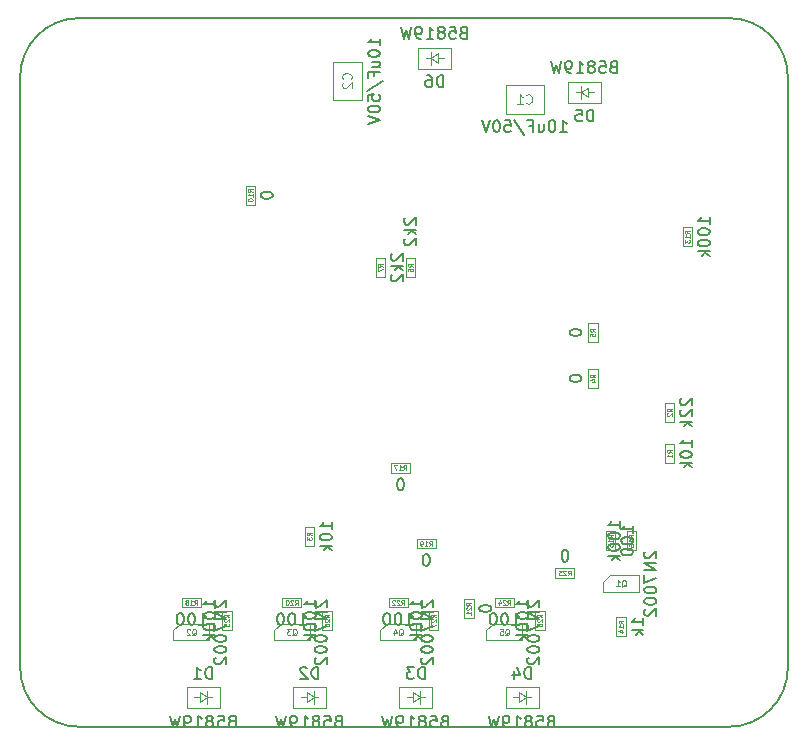
<source format=gbr>
%TF.GenerationSoftware,KiCad,Pcbnew,(5.1.9)-1*%
%TF.CreationDate,2021-06-08T13:47:19+02:00*%
%TF.ProjectId,19_WIFI_Generic,31395f57-4946-4495-9f47-656e65726963,rev?*%
%TF.SameCoordinates,Original*%
%TF.FileFunction,Other,Fab,Bot*%
%FSLAX46Y46*%
G04 Gerber Fmt 4.6, Leading zero omitted, Abs format (unit mm)*
G04 Created by KiCad (PCBNEW (5.1.9)-1) date 2021-06-08 13:47:19*
%MOMM*%
%LPD*%
G01*
G04 APERTURE LIST*
%TA.AperFunction,Profile*%
%ADD10C,0.150000*%
%TD*%
%ADD11C,0.100000*%
%ADD12C,0.150000*%
%ADD13C,0.060000*%
%ADD14C,0.075000*%
%ADD15C,0.120000*%
G04 APERTURE END LIST*
D10*
X175000000Y-80000000D02*
G75*
G02*
X180000000Y-85000000I0J-5000000D01*
G01*
X180000000Y-135000000D02*
G75*
G02*
X175000000Y-140000000I-5000000J0D01*
G01*
X120000000Y-140000000D02*
G75*
G02*
X115000000Y-135000000I0J5000000D01*
G01*
X115000000Y-85000000D02*
G75*
G02*
X120000000Y-80000000I5000000J0D01*
G01*
X115000000Y-135000000D02*
X115000000Y-85000000D01*
X175000000Y-140000000D02*
X120000000Y-140000000D01*
X180000000Y-85000000D02*
X180000000Y-135000000D01*
X120000000Y-80000000D02*
X175000000Y-80000000D01*
D11*
%TO.C,R7*%
X145900000Y-100325000D02*
X145100000Y-100325000D01*
X145100000Y-100325000D02*
X145100000Y-101925000D01*
X145100000Y-101925000D02*
X145900000Y-101925000D01*
X145900000Y-101925000D02*
X145900000Y-100325000D01*
%TO.C,R6*%
X148467000Y-100325000D02*
X147667000Y-100325000D01*
X147667000Y-100325000D02*
X147667000Y-101925000D01*
X147667000Y-101925000D02*
X148467000Y-101925000D01*
X148467000Y-101925000D02*
X148467000Y-100325000D01*
%TO.C,R2*%
X170400000Y-112575000D02*
X169600000Y-112575000D01*
X169600000Y-112575000D02*
X169600000Y-114175000D01*
X169600000Y-114175000D02*
X170400000Y-114175000D01*
X170400000Y-114175000D02*
X170400000Y-112575000D01*
%TO.C,Q1*%
X164942000Y-127194000D02*
X167392000Y-127194000D01*
X164372000Y-127744000D02*
X164372000Y-128594000D01*
X164942000Y-127194000D02*
X164372000Y-127744000D01*
X164372000Y-128594000D02*
X167412000Y-128594000D01*
X167412000Y-127194000D02*
X167412000Y-128594000D01*
%TO.C,R13*%
X171900000Y-97700000D02*
X171100000Y-97700000D01*
X171100000Y-97700000D02*
X171100000Y-99300000D01*
X171100000Y-99300000D02*
X171900000Y-99300000D01*
X171900000Y-99300000D02*
X171900000Y-97700000D01*
%TO.C,R1*%
X170400000Y-116075000D02*
X169600000Y-116075000D01*
X169600000Y-116075000D02*
X169600000Y-117675000D01*
X169600000Y-117675000D02*
X170400000Y-117675000D01*
X170400000Y-117675000D02*
X170400000Y-116075000D01*
%TO.C,R14*%
X166292000Y-130719000D02*
X165492000Y-130719000D01*
X165492000Y-130719000D02*
X165492000Y-132319000D01*
X165492000Y-132319000D02*
X166292000Y-132319000D01*
X166292000Y-132319000D02*
X166292000Y-130719000D01*
%TO.C,R15*%
X165400000Y-123450000D02*
X164600000Y-123450000D01*
X164600000Y-123450000D02*
X164600000Y-125050000D01*
X164600000Y-125050000D02*
X165400000Y-125050000D01*
X165400000Y-125050000D02*
X165400000Y-123450000D01*
%TO.C,R16*%
X166350000Y-125050000D02*
X167150000Y-125050000D01*
X167150000Y-125050000D02*
X167150000Y-123450000D01*
X167150000Y-123450000D02*
X166350000Y-123450000D01*
X166350000Y-123450000D02*
X166350000Y-125050000D01*
%TO.C,R10*%
X134900000Y-95800000D02*
X134900000Y-94200000D01*
X134100000Y-95800000D02*
X134900000Y-95800000D01*
X134100000Y-94200000D02*
X134100000Y-95800000D01*
X134900000Y-94200000D02*
X134100000Y-94200000D01*
%TO.C,D1*%
X131900000Y-136600000D02*
X129100000Y-136600000D01*
X129100000Y-136600000D02*
X129100000Y-138400000D01*
X129100000Y-138400000D02*
X131900000Y-138400000D01*
X131900000Y-138400000D02*
X131900000Y-136600000D01*
X131250000Y-137500000D02*
X130850000Y-137500000D01*
X130850000Y-137500000D02*
X130850000Y-136950000D01*
X130850000Y-137500000D02*
X130850000Y-138050000D01*
X130850000Y-137500000D02*
X130250000Y-137100000D01*
X130250000Y-137100000D02*
X130250000Y-137900000D01*
X130250000Y-137900000D02*
X130850000Y-137500000D01*
X130250000Y-137500000D02*
X129750000Y-137500000D01*
%TO.C,D2*%
X139250000Y-137500000D02*
X138750000Y-137500000D01*
X139250000Y-137900000D02*
X139850000Y-137500000D01*
X139250000Y-137100000D02*
X139250000Y-137900000D01*
X139850000Y-137500000D02*
X139250000Y-137100000D01*
X139850000Y-137500000D02*
X139850000Y-138050000D01*
X139850000Y-137500000D02*
X139850000Y-136950000D01*
X140250000Y-137500000D02*
X139850000Y-137500000D01*
X140900000Y-138400000D02*
X140900000Y-136600000D01*
X138100000Y-138400000D02*
X140900000Y-138400000D01*
X138100000Y-136600000D02*
X138100000Y-138400000D01*
X140900000Y-136600000D02*
X138100000Y-136600000D01*
%TO.C,D3*%
X149900000Y-136600000D02*
X147100000Y-136600000D01*
X147100000Y-136600000D02*
X147100000Y-138400000D01*
X147100000Y-138400000D02*
X149900000Y-138400000D01*
X149900000Y-138400000D02*
X149900000Y-136600000D01*
X149250000Y-137500000D02*
X148850000Y-137500000D01*
X148850000Y-137500000D02*
X148850000Y-136950000D01*
X148850000Y-137500000D02*
X148850000Y-138050000D01*
X148850000Y-137500000D02*
X148250000Y-137100000D01*
X148250000Y-137100000D02*
X148250000Y-137900000D01*
X148250000Y-137900000D02*
X148850000Y-137500000D01*
X148250000Y-137500000D02*
X147750000Y-137500000D01*
%TO.C,D4*%
X157250000Y-137500000D02*
X156750000Y-137500000D01*
X157250000Y-137900000D02*
X157850000Y-137500000D01*
X157250000Y-137100000D02*
X157250000Y-137900000D01*
X157850000Y-137500000D02*
X157250000Y-137100000D01*
X157850000Y-137500000D02*
X157850000Y-138050000D01*
X157850000Y-137500000D02*
X157850000Y-136950000D01*
X158250000Y-137500000D02*
X157850000Y-137500000D01*
X158900000Y-138400000D02*
X158900000Y-136600000D01*
X156100000Y-138400000D02*
X158900000Y-138400000D01*
X156100000Y-136600000D02*
X156100000Y-138400000D01*
X158900000Y-136600000D02*
X156100000Y-136600000D01*
%TO.C,Q2*%
X131020000Y-131300000D02*
X131020000Y-132700000D01*
X127980000Y-132700000D02*
X131020000Y-132700000D01*
X128550000Y-131300000D02*
X127980000Y-131850000D01*
X127980000Y-131850000D02*
X127980000Y-132700000D01*
X128550000Y-131300000D02*
X131000000Y-131300000D01*
%TO.C,Q3*%
X137050000Y-131300000D02*
X139500000Y-131300000D01*
X136480000Y-131850000D02*
X136480000Y-132700000D01*
X137050000Y-131300000D02*
X136480000Y-131850000D01*
X136480000Y-132700000D02*
X139520000Y-132700000D01*
X139520000Y-131300000D02*
X139520000Y-132700000D01*
%TO.C,Q4*%
X148520000Y-131300000D02*
X148520000Y-132700000D01*
X145480000Y-132700000D02*
X148520000Y-132700000D01*
X146050000Y-131300000D02*
X145480000Y-131850000D01*
X145480000Y-131850000D02*
X145480000Y-132700000D01*
X146050000Y-131300000D02*
X148500000Y-131300000D01*
%TO.C,Q5*%
X155050000Y-131300000D02*
X157500000Y-131300000D01*
X154480000Y-131850000D02*
X154480000Y-132700000D01*
X155050000Y-131300000D02*
X154480000Y-131850000D01*
X154480000Y-132700000D02*
X157520000Y-132700000D01*
X157520000Y-131300000D02*
X157520000Y-132700000D01*
%TO.C,R3*%
X139900000Y-123075000D02*
X139100000Y-123075000D01*
X139100000Y-123075000D02*
X139100000Y-124675000D01*
X139100000Y-124675000D02*
X139900000Y-124675000D01*
X139900000Y-124675000D02*
X139900000Y-123075000D01*
%TO.C,R4*%
X163100000Y-111300000D02*
X163900000Y-111300000D01*
X163900000Y-111300000D02*
X163900000Y-109700000D01*
X163900000Y-109700000D02*
X163100000Y-109700000D01*
X163100000Y-109700000D02*
X163100000Y-111300000D01*
%TO.C,R5*%
X163100000Y-105825000D02*
X163100000Y-107425000D01*
X163900000Y-105825000D02*
X163100000Y-105825000D01*
X163900000Y-107425000D02*
X163900000Y-105825000D01*
X163100000Y-107425000D02*
X163900000Y-107425000D01*
%TO.C,R17*%
X146400000Y-118500000D02*
X148000000Y-118500000D01*
X146400000Y-117700000D02*
X146400000Y-118500000D01*
X148000000Y-117700000D02*
X146400000Y-117700000D01*
X148000000Y-118500000D02*
X148000000Y-117700000D01*
%TO.C,R18*%
X128700000Y-129900000D02*
X130300000Y-129900000D01*
X128700000Y-129100000D02*
X128700000Y-129900000D01*
X130300000Y-129100000D02*
X128700000Y-129100000D01*
X130300000Y-129900000D02*
X130300000Y-129100000D01*
%TO.C,R19*%
X150175000Y-124900000D02*
X150175000Y-124100000D01*
X150175000Y-124100000D02*
X148575000Y-124100000D01*
X148575000Y-124100000D02*
X148575000Y-124900000D01*
X148575000Y-124900000D02*
X150175000Y-124900000D01*
%TO.C,R20*%
X137200000Y-129900000D02*
X138800000Y-129900000D01*
X137200000Y-129100000D02*
X137200000Y-129900000D01*
X138800000Y-129100000D02*
X137200000Y-129100000D01*
X138800000Y-129900000D02*
X138800000Y-129100000D01*
%TO.C,R21*%
X153400000Y-130800000D02*
X153400000Y-129200000D01*
X152600000Y-130800000D02*
X153400000Y-130800000D01*
X152600000Y-129200000D02*
X152600000Y-130800000D01*
X153400000Y-129200000D02*
X152600000Y-129200000D01*
%TO.C,R22*%
X146200000Y-129900000D02*
X147800000Y-129900000D01*
X146200000Y-129100000D02*
X146200000Y-129900000D01*
X147800000Y-129100000D02*
X146200000Y-129100000D01*
X147800000Y-129900000D02*
X147800000Y-129100000D01*
%TO.C,R23*%
X160325000Y-126600000D02*
X160325000Y-127400000D01*
X160325000Y-127400000D02*
X161925000Y-127400000D01*
X161925000Y-127400000D02*
X161925000Y-126600000D01*
X161925000Y-126600000D02*
X160325000Y-126600000D01*
%TO.C,R24*%
X156800000Y-129900000D02*
X156800000Y-129100000D01*
X156800000Y-129100000D02*
X155200000Y-129100000D01*
X155200000Y-129100000D02*
X155200000Y-129900000D01*
X155200000Y-129900000D02*
X156800000Y-129900000D01*
%TO.C,R25*%
X132100000Y-131800000D02*
X132900000Y-131800000D01*
X132900000Y-131800000D02*
X132900000Y-130200000D01*
X132900000Y-130200000D02*
X132100000Y-130200000D01*
X132100000Y-130200000D02*
X132100000Y-131800000D01*
%TO.C,R26*%
X140600000Y-130200000D02*
X140600000Y-131800000D01*
X141400000Y-130200000D02*
X140600000Y-130200000D01*
X141400000Y-131800000D02*
X141400000Y-130200000D01*
X140600000Y-131800000D02*
X141400000Y-131800000D01*
%TO.C,R27*%
X149600000Y-131800000D02*
X150400000Y-131800000D01*
X150400000Y-131800000D02*
X150400000Y-130200000D01*
X150400000Y-130200000D02*
X149600000Y-130200000D01*
X149600000Y-130200000D02*
X149600000Y-131800000D01*
%TO.C,R28*%
X158600000Y-130200000D02*
X158600000Y-131800000D01*
X159400000Y-130200000D02*
X158600000Y-130200000D01*
X159400000Y-131800000D02*
X159400000Y-130200000D01*
X158600000Y-131800000D02*
X159400000Y-131800000D01*
%TO.C,C1*%
X159325000Y-88150000D02*
X159325000Y-85650000D01*
X159325000Y-85650000D02*
X156125000Y-85650000D01*
X156125000Y-85650000D02*
X156125000Y-88150000D01*
X156125000Y-88150000D02*
X159325000Y-88150000D01*
%TO.C,C2*%
X143950000Y-86900000D02*
X143950000Y-83700000D01*
X141450000Y-86900000D02*
X143950000Y-86900000D01*
X141450000Y-83700000D02*
X141450000Y-86900000D01*
X143950000Y-83700000D02*
X141450000Y-83700000D01*
%TO.C,D5*%
X161400000Y-87200000D02*
X164200000Y-87200000D01*
X164200000Y-87200000D02*
X164200000Y-85400000D01*
X164200000Y-85400000D02*
X161400000Y-85400000D01*
X161400000Y-85400000D02*
X161400000Y-87200000D01*
X162050000Y-86300000D02*
X162450000Y-86300000D01*
X162450000Y-86300000D02*
X162450000Y-86850000D01*
X162450000Y-86300000D02*
X162450000Y-85750000D01*
X162450000Y-86300000D02*
X163050000Y-86700000D01*
X163050000Y-86700000D02*
X163050000Y-85900000D01*
X163050000Y-85900000D02*
X162450000Y-86300000D01*
X163050000Y-86300000D02*
X163550000Y-86300000D01*
%TO.C,D6*%
X150350000Y-83400000D02*
X150850000Y-83400000D01*
X150350000Y-83000000D02*
X149750000Y-83400000D01*
X150350000Y-83800000D02*
X150350000Y-83000000D01*
X149750000Y-83400000D02*
X150350000Y-83800000D01*
X149750000Y-83400000D02*
X149750000Y-82850000D01*
X149750000Y-83400000D02*
X149750000Y-83950000D01*
X149350000Y-83400000D02*
X149750000Y-83400000D01*
X148700000Y-82500000D02*
X148700000Y-84300000D01*
X151500000Y-82500000D02*
X148700000Y-82500000D01*
X151500000Y-84300000D02*
X151500000Y-82500000D01*
X148700000Y-84300000D02*
X151500000Y-84300000D01*
%TD*%
%TO.C,R7*%
D12*
X146477619Y-99958333D02*
X146430000Y-100005952D01*
X146382380Y-100101190D01*
X146382380Y-100339285D01*
X146430000Y-100434523D01*
X146477619Y-100482142D01*
X146572857Y-100529761D01*
X146668095Y-100529761D01*
X146810952Y-100482142D01*
X147382380Y-99910714D01*
X147382380Y-100529761D01*
X147382380Y-100958333D02*
X146382380Y-100958333D01*
X147001428Y-101053571D02*
X147382380Y-101339285D01*
X146715714Y-101339285D02*
X147096666Y-100958333D01*
X146477619Y-101720238D02*
X146430000Y-101767857D01*
X146382380Y-101863095D01*
X146382380Y-102101190D01*
X146430000Y-102196428D01*
X146477619Y-102244047D01*
X146572857Y-102291666D01*
X146668095Y-102291666D01*
X146810952Y-102244047D01*
X147382380Y-101672619D01*
X147382380Y-102291666D01*
D13*
X145680952Y-101058333D02*
X145490476Y-100925000D01*
X145680952Y-100829761D02*
X145280952Y-100829761D01*
X145280952Y-100982142D01*
X145300000Y-101020238D01*
X145319047Y-101039285D01*
X145357142Y-101058333D01*
X145414285Y-101058333D01*
X145452380Y-101039285D01*
X145471428Y-101020238D01*
X145490476Y-100982142D01*
X145490476Y-100829761D01*
X145280952Y-101191666D02*
X145280952Y-101458333D01*
X145680952Y-101286904D01*
%TO.C,R6*%
D12*
X147614619Y-96910333D02*
X147567000Y-96957952D01*
X147519380Y-97053190D01*
X147519380Y-97291285D01*
X147567000Y-97386523D01*
X147614619Y-97434142D01*
X147709857Y-97481761D01*
X147805095Y-97481761D01*
X147947952Y-97434142D01*
X148519380Y-96862714D01*
X148519380Y-97481761D01*
X148519380Y-97910333D02*
X147519380Y-97910333D01*
X148138428Y-98005571D02*
X148519380Y-98291285D01*
X147852714Y-98291285D02*
X148233666Y-97910333D01*
X147614619Y-98672238D02*
X147567000Y-98719857D01*
X147519380Y-98815095D01*
X147519380Y-99053190D01*
X147567000Y-99148428D01*
X147614619Y-99196047D01*
X147709857Y-99243666D01*
X147805095Y-99243666D01*
X147947952Y-99196047D01*
X148519380Y-98624619D01*
X148519380Y-99243666D01*
D13*
X148247952Y-101058333D02*
X148057476Y-100925000D01*
X148247952Y-100829761D02*
X147847952Y-100829761D01*
X147847952Y-100982142D01*
X147867000Y-101020238D01*
X147886047Y-101039285D01*
X147924142Y-101058333D01*
X147981285Y-101058333D01*
X148019380Y-101039285D01*
X148038428Y-101020238D01*
X148057476Y-100982142D01*
X148057476Y-100829761D01*
X147847952Y-101401190D02*
X147847952Y-101325000D01*
X147867000Y-101286904D01*
X147886047Y-101267857D01*
X147943190Y-101229761D01*
X148019380Y-101210714D01*
X148171761Y-101210714D01*
X148209857Y-101229761D01*
X148228904Y-101248809D01*
X148247952Y-101286904D01*
X148247952Y-101363095D01*
X148228904Y-101401190D01*
X148209857Y-101420238D01*
X148171761Y-101439285D01*
X148076523Y-101439285D01*
X148038428Y-101420238D01*
X148019380Y-101401190D01*
X148000333Y-101363095D01*
X148000333Y-101286904D01*
X148019380Y-101248809D01*
X148038428Y-101229761D01*
X148076523Y-101210714D01*
%TO.C,R2*%
D12*
X170977619Y-112208333D02*
X170930000Y-112255952D01*
X170882380Y-112351190D01*
X170882380Y-112589285D01*
X170930000Y-112684523D01*
X170977619Y-112732142D01*
X171072857Y-112779761D01*
X171168095Y-112779761D01*
X171310952Y-112732142D01*
X171882380Y-112160714D01*
X171882380Y-112779761D01*
X170977619Y-113160714D02*
X170930000Y-113208333D01*
X170882380Y-113303571D01*
X170882380Y-113541666D01*
X170930000Y-113636904D01*
X170977619Y-113684523D01*
X171072857Y-113732142D01*
X171168095Y-113732142D01*
X171310952Y-113684523D01*
X171882380Y-113113095D01*
X171882380Y-113732142D01*
X171882380Y-114160714D02*
X170882380Y-114160714D01*
X171501428Y-114255952D02*
X171882380Y-114541666D01*
X171215714Y-114541666D02*
X171596666Y-114160714D01*
D13*
X170180952Y-113308333D02*
X169990476Y-113175000D01*
X170180952Y-113079761D02*
X169780952Y-113079761D01*
X169780952Y-113232142D01*
X169800000Y-113270238D01*
X169819047Y-113289285D01*
X169857142Y-113308333D01*
X169914285Y-113308333D01*
X169952380Y-113289285D01*
X169971428Y-113270238D01*
X169990476Y-113232142D01*
X169990476Y-113079761D01*
X169819047Y-113460714D02*
X169800000Y-113479761D01*
X169780952Y-113517857D01*
X169780952Y-113613095D01*
X169800000Y-113651190D01*
X169819047Y-113670238D01*
X169857142Y-113689285D01*
X169895238Y-113689285D01*
X169952380Y-113670238D01*
X170180952Y-113441666D01*
X170180952Y-113689285D01*
%TO.C,Q1*%
D12*
X167939619Y-125179714D02*
X167892000Y-125227333D01*
X167844380Y-125322571D01*
X167844380Y-125560666D01*
X167892000Y-125655904D01*
X167939619Y-125703523D01*
X168034857Y-125751142D01*
X168130095Y-125751142D01*
X168272952Y-125703523D01*
X168844380Y-125132095D01*
X168844380Y-125751142D01*
X168844380Y-126179714D02*
X167844380Y-126179714D01*
X168844380Y-126751142D01*
X167844380Y-126751142D01*
X167844380Y-127132095D02*
X167844380Y-127798761D01*
X168844380Y-127370190D01*
X167844380Y-128370190D02*
X167844380Y-128465428D01*
X167892000Y-128560666D01*
X167939619Y-128608285D01*
X168034857Y-128655904D01*
X168225333Y-128703523D01*
X168463428Y-128703523D01*
X168653904Y-128655904D01*
X168749142Y-128608285D01*
X168796761Y-128560666D01*
X168844380Y-128465428D01*
X168844380Y-128370190D01*
X168796761Y-128274952D01*
X168749142Y-128227333D01*
X168653904Y-128179714D01*
X168463428Y-128132095D01*
X168225333Y-128132095D01*
X168034857Y-128179714D01*
X167939619Y-128227333D01*
X167892000Y-128274952D01*
X167844380Y-128370190D01*
X167844380Y-129322571D02*
X167844380Y-129417809D01*
X167892000Y-129513047D01*
X167939619Y-129560666D01*
X168034857Y-129608285D01*
X168225333Y-129655904D01*
X168463428Y-129655904D01*
X168653904Y-129608285D01*
X168749142Y-129560666D01*
X168796761Y-129513047D01*
X168844380Y-129417809D01*
X168844380Y-129322571D01*
X168796761Y-129227333D01*
X168749142Y-129179714D01*
X168653904Y-129132095D01*
X168463428Y-129084476D01*
X168225333Y-129084476D01*
X168034857Y-129132095D01*
X167939619Y-129179714D01*
X167892000Y-129227333D01*
X167844380Y-129322571D01*
X167939619Y-130036857D02*
X167892000Y-130084476D01*
X167844380Y-130179714D01*
X167844380Y-130417809D01*
X167892000Y-130513047D01*
X167939619Y-130560666D01*
X168034857Y-130608285D01*
X168130095Y-130608285D01*
X168272952Y-130560666D01*
X168844380Y-129989238D01*
X168844380Y-130608285D01*
D14*
X165939619Y-128167809D02*
X165987238Y-128144000D01*
X166034857Y-128096380D01*
X166106285Y-128024952D01*
X166153904Y-128001142D01*
X166201523Y-128001142D01*
X166177714Y-128120190D02*
X166225333Y-128096380D01*
X166272952Y-128048761D01*
X166296761Y-127953523D01*
X166296761Y-127786857D01*
X166272952Y-127691619D01*
X166225333Y-127644000D01*
X166177714Y-127620190D01*
X166082476Y-127620190D01*
X166034857Y-127644000D01*
X165987238Y-127691619D01*
X165963428Y-127786857D01*
X165963428Y-127953523D01*
X165987238Y-128048761D01*
X166034857Y-128096380D01*
X166082476Y-128120190D01*
X166177714Y-128120190D01*
X165487238Y-128120190D02*
X165772952Y-128120190D01*
X165630095Y-128120190D02*
X165630095Y-127620190D01*
X165677714Y-127691619D01*
X165725333Y-127739238D01*
X165772952Y-127763047D01*
%TO.C,R13*%
D12*
X173382380Y-97428571D02*
X173382380Y-96857142D01*
X173382380Y-97142857D02*
X172382380Y-97142857D01*
X172525238Y-97047619D01*
X172620476Y-96952380D01*
X172668095Y-96857142D01*
X172382380Y-98047619D02*
X172382380Y-98142857D01*
X172430000Y-98238095D01*
X172477619Y-98285714D01*
X172572857Y-98333333D01*
X172763333Y-98380952D01*
X173001428Y-98380952D01*
X173191904Y-98333333D01*
X173287142Y-98285714D01*
X173334761Y-98238095D01*
X173382380Y-98142857D01*
X173382380Y-98047619D01*
X173334761Y-97952380D01*
X173287142Y-97904761D01*
X173191904Y-97857142D01*
X173001428Y-97809523D01*
X172763333Y-97809523D01*
X172572857Y-97857142D01*
X172477619Y-97904761D01*
X172430000Y-97952380D01*
X172382380Y-98047619D01*
X172382380Y-99000000D02*
X172382380Y-99095238D01*
X172430000Y-99190476D01*
X172477619Y-99238095D01*
X172572857Y-99285714D01*
X172763333Y-99333333D01*
X173001428Y-99333333D01*
X173191904Y-99285714D01*
X173287142Y-99238095D01*
X173334761Y-99190476D01*
X173382380Y-99095238D01*
X173382380Y-99000000D01*
X173334761Y-98904761D01*
X173287142Y-98857142D01*
X173191904Y-98809523D01*
X173001428Y-98761904D01*
X172763333Y-98761904D01*
X172572857Y-98809523D01*
X172477619Y-98857142D01*
X172430000Y-98904761D01*
X172382380Y-99000000D01*
X173382380Y-99761904D02*
X172382380Y-99761904D01*
X173001428Y-99857142D02*
X173382380Y-100142857D01*
X172715714Y-100142857D02*
X173096666Y-99761904D01*
D13*
X171680952Y-98242857D02*
X171490476Y-98109523D01*
X171680952Y-98014285D02*
X171280952Y-98014285D01*
X171280952Y-98166666D01*
X171300000Y-98204761D01*
X171319047Y-98223809D01*
X171357142Y-98242857D01*
X171414285Y-98242857D01*
X171452380Y-98223809D01*
X171471428Y-98204761D01*
X171490476Y-98166666D01*
X171490476Y-98014285D01*
X171680952Y-98623809D02*
X171680952Y-98395238D01*
X171680952Y-98509523D02*
X171280952Y-98509523D01*
X171338095Y-98471428D01*
X171376190Y-98433333D01*
X171395238Y-98395238D01*
X171280952Y-98757142D02*
X171280952Y-99004761D01*
X171433333Y-98871428D01*
X171433333Y-98928571D01*
X171452380Y-98966666D01*
X171471428Y-98985714D01*
X171509523Y-99004761D01*
X171604761Y-99004761D01*
X171642857Y-98985714D01*
X171661904Y-98966666D01*
X171680952Y-98928571D01*
X171680952Y-98814285D01*
X171661904Y-98776190D01*
X171642857Y-98757142D01*
%TO.C,R1*%
D12*
X171882380Y-116279761D02*
X171882380Y-115708333D01*
X171882380Y-115994047D02*
X170882380Y-115994047D01*
X171025238Y-115898809D01*
X171120476Y-115803571D01*
X171168095Y-115708333D01*
X170882380Y-116898809D02*
X170882380Y-116994047D01*
X170930000Y-117089285D01*
X170977619Y-117136904D01*
X171072857Y-117184523D01*
X171263333Y-117232142D01*
X171501428Y-117232142D01*
X171691904Y-117184523D01*
X171787142Y-117136904D01*
X171834761Y-117089285D01*
X171882380Y-116994047D01*
X171882380Y-116898809D01*
X171834761Y-116803571D01*
X171787142Y-116755952D01*
X171691904Y-116708333D01*
X171501428Y-116660714D01*
X171263333Y-116660714D01*
X171072857Y-116708333D01*
X170977619Y-116755952D01*
X170930000Y-116803571D01*
X170882380Y-116898809D01*
X171882380Y-117660714D02*
X170882380Y-117660714D01*
X171501428Y-117755952D02*
X171882380Y-118041666D01*
X171215714Y-118041666D02*
X171596666Y-117660714D01*
D13*
X170180952Y-116808333D02*
X169990476Y-116675000D01*
X170180952Y-116579761D02*
X169780952Y-116579761D01*
X169780952Y-116732142D01*
X169800000Y-116770238D01*
X169819047Y-116789285D01*
X169857142Y-116808333D01*
X169914285Y-116808333D01*
X169952380Y-116789285D01*
X169971428Y-116770238D01*
X169990476Y-116732142D01*
X169990476Y-116579761D01*
X170180952Y-117189285D02*
X170180952Y-116960714D01*
X170180952Y-117075000D02*
X169780952Y-117075000D01*
X169838095Y-117036904D01*
X169876190Y-116998809D01*
X169895238Y-116960714D01*
%TO.C,R14*%
D12*
X167774380Y-131399952D02*
X167774380Y-130828523D01*
X167774380Y-131114238D02*
X166774380Y-131114238D01*
X166917238Y-131019000D01*
X167012476Y-130923761D01*
X167060095Y-130828523D01*
X167774380Y-131828523D02*
X166774380Y-131828523D01*
X167393428Y-131923761D02*
X167774380Y-132209476D01*
X167107714Y-132209476D02*
X167488666Y-131828523D01*
D13*
X166072952Y-131261857D02*
X165882476Y-131128523D01*
X166072952Y-131033285D02*
X165672952Y-131033285D01*
X165672952Y-131185666D01*
X165692000Y-131223761D01*
X165711047Y-131242809D01*
X165749142Y-131261857D01*
X165806285Y-131261857D01*
X165844380Y-131242809D01*
X165863428Y-131223761D01*
X165882476Y-131185666D01*
X165882476Y-131033285D01*
X166072952Y-131642809D02*
X166072952Y-131414238D01*
X166072952Y-131528523D02*
X165672952Y-131528523D01*
X165730095Y-131490428D01*
X165768190Y-131452333D01*
X165787238Y-131414238D01*
X165806285Y-131985666D02*
X166072952Y-131985666D01*
X165653904Y-131890428D02*
X165939619Y-131795190D01*
X165939619Y-132042809D01*
%TO.C,R15*%
D12*
X166882380Y-123583333D02*
X166882380Y-123011904D01*
X166882380Y-123297619D02*
X165882380Y-123297619D01*
X166025238Y-123202380D01*
X166120476Y-123107142D01*
X166168095Y-123011904D01*
X165882380Y-124202380D02*
X165882380Y-124297619D01*
X165930000Y-124392857D01*
X165977619Y-124440476D01*
X166072857Y-124488095D01*
X166263333Y-124535714D01*
X166501428Y-124535714D01*
X166691904Y-124488095D01*
X166787142Y-124440476D01*
X166834761Y-124392857D01*
X166882380Y-124297619D01*
X166882380Y-124202380D01*
X166834761Y-124107142D01*
X166787142Y-124059523D01*
X166691904Y-124011904D01*
X166501428Y-123964285D01*
X166263333Y-123964285D01*
X166072857Y-124011904D01*
X165977619Y-124059523D01*
X165930000Y-124107142D01*
X165882380Y-124202380D01*
X165882380Y-125154761D02*
X165882380Y-125250000D01*
X165930000Y-125345238D01*
X165977619Y-125392857D01*
X166072857Y-125440476D01*
X166263333Y-125488095D01*
X166501428Y-125488095D01*
X166691904Y-125440476D01*
X166787142Y-125392857D01*
X166834761Y-125345238D01*
X166882380Y-125250000D01*
X166882380Y-125154761D01*
X166834761Y-125059523D01*
X166787142Y-125011904D01*
X166691904Y-124964285D01*
X166501428Y-124916666D01*
X166263333Y-124916666D01*
X166072857Y-124964285D01*
X165977619Y-125011904D01*
X165930000Y-125059523D01*
X165882380Y-125154761D01*
D13*
X165180952Y-123992857D02*
X164990476Y-123859523D01*
X165180952Y-123764285D02*
X164780952Y-123764285D01*
X164780952Y-123916666D01*
X164800000Y-123954761D01*
X164819047Y-123973809D01*
X164857142Y-123992857D01*
X164914285Y-123992857D01*
X164952380Y-123973809D01*
X164971428Y-123954761D01*
X164990476Y-123916666D01*
X164990476Y-123764285D01*
X165180952Y-124373809D02*
X165180952Y-124145238D01*
X165180952Y-124259523D02*
X164780952Y-124259523D01*
X164838095Y-124221428D01*
X164876190Y-124183333D01*
X164895238Y-124145238D01*
X164780952Y-124735714D02*
X164780952Y-124545238D01*
X164971428Y-124526190D01*
X164952380Y-124545238D01*
X164933333Y-124583333D01*
X164933333Y-124678571D01*
X164952380Y-124716666D01*
X164971428Y-124735714D01*
X165009523Y-124754761D01*
X165104761Y-124754761D01*
X165142857Y-124735714D01*
X165161904Y-124716666D01*
X165180952Y-124678571D01*
X165180952Y-124583333D01*
X165161904Y-124545238D01*
X165142857Y-124526190D01*
%TO.C,R16*%
D12*
X165772380Y-123178571D02*
X165772380Y-122607142D01*
X165772380Y-122892857D02*
X164772380Y-122892857D01*
X164915238Y-122797619D01*
X165010476Y-122702380D01*
X165058095Y-122607142D01*
X164772380Y-123797619D02*
X164772380Y-123892857D01*
X164820000Y-123988095D01*
X164867619Y-124035714D01*
X164962857Y-124083333D01*
X165153333Y-124130952D01*
X165391428Y-124130952D01*
X165581904Y-124083333D01*
X165677142Y-124035714D01*
X165724761Y-123988095D01*
X165772380Y-123892857D01*
X165772380Y-123797619D01*
X165724761Y-123702380D01*
X165677142Y-123654761D01*
X165581904Y-123607142D01*
X165391428Y-123559523D01*
X165153333Y-123559523D01*
X164962857Y-123607142D01*
X164867619Y-123654761D01*
X164820000Y-123702380D01*
X164772380Y-123797619D01*
X164772380Y-124750000D02*
X164772380Y-124845238D01*
X164820000Y-124940476D01*
X164867619Y-124988095D01*
X164962857Y-125035714D01*
X165153333Y-125083333D01*
X165391428Y-125083333D01*
X165581904Y-125035714D01*
X165677142Y-124988095D01*
X165724761Y-124940476D01*
X165772380Y-124845238D01*
X165772380Y-124750000D01*
X165724761Y-124654761D01*
X165677142Y-124607142D01*
X165581904Y-124559523D01*
X165391428Y-124511904D01*
X165153333Y-124511904D01*
X164962857Y-124559523D01*
X164867619Y-124607142D01*
X164820000Y-124654761D01*
X164772380Y-124750000D01*
X165772380Y-125511904D02*
X164772380Y-125511904D01*
X165391428Y-125607142D02*
X165772380Y-125892857D01*
X165105714Y-125892857D02*
X165486666Y-125511904D01*
D13*
X166930952Y-123992857D02*
X166740476Y-123859523D01*
X166930952Y-123764285D02*
X166530952Y-123764285D01*
X166530952Y-123916666D01*
X166550000Y-123954761D01*
X166569047Y-123973809D01*
X166607142Y-123992857D01*
X166664285Y-123992857D01*
X166702380Y-123973809D01*
X166721428Y-123954761D01*
X166740476Y-123916666D01*
X166740476Y-123764285D01*
X166930952Y-124373809D02*
X166930952Y-124145238D01*
X166930952Y-124259523D02*
X166530952Y-124259523D01*
X166588095Y-124221428D01*
X166626190Y-124183333D01*
X166645238Y-124145238D01*
X166530952Y-124716666D02*
X166530952Y-124640476D01*
X166550000Y-124602380D01*
X166569047Y-124583333D01*
X166626190Y-124545238D01*
X166702380Y-124526190D01*
X166854761Y-124526190D01*
X166892857Y-124545238D01*
X166911904Y-124564285D01*
X166930952Y-124602380D01*
X166930952Y-124678571D01*
X166911904Y-124716666D01*
X166892857Y-124735714D01*
X166854761Y-124754761D01*
X166759523Y-124754761D01*
X166721428Y-124735714D01*
X166702380Y-124716666D01*
X166683333Y-124678571D01*
X166683333Y-124602380D01*
X166702380Y-124564285D01*
X166721428Y-124545238D01*
X166759523Y-124526190D01*
%TO.C,R10*%
D12*
X135382380Y-94952380D02*
X135382380Y-95047619D01*
X135430000Y-95142857D01*
X135477619Y-95190476D01*
X135572857Y-95238095D01*
X135763333Y-95285714D01*
X136001428Y-95285714D01*
X136191904Y-95238095D01*
X136287142Y-95190476D01*
X136334761Y-95142857D01*
X136382380Y-95047619D01*
X136382380Y-94952380D01*
X136334761Y-94857142D01*
X136287142Y-94809523D01*
X136191904Y-94761904D01*
X136001428Y-94714285D01*
X135763333Y-94714285D01*
X135572857Y-94761904D01*
X135477619Y-94809523D01*
X135430000Y-94857142D01*
X135382380Y-94952380D01*
D13*
X134680952Y-94742857D02*
X134490476Y-94609523D01*
X134680952Y-94514285D02*
X134280952Y-94514285D01*
X134280952Y-94666666D01*
X134300000Y-94704761D01*
X134319047Y-94723809D01*
X134357142Y-94742857D01*
X134414285Y-94742857D01*
X134452380Y-94723809D01*
X134471428Y-94704761D01*
X134490476Y-94666666D01*
X134490476Y-94514285D01*
X134680952Y-95123809D02*
X134680952Y-94895238D01*
X134680952Y-95009523D02*
X134280952Y-95009523D01*
X134338095Y-94971428D01*
X134376190Y-94933333D01*
X134395238Y-94895238D01*
X134280952Y-95371428D02*
X134280952Y-95409523D01*
X134300000Y-95447619D01*
X134319047Y-95466666D01*
X134357142Y-95485714D01*
X134433333Y-95504761D01*
X134528571Y-95504761D01*
X134604761Y-95485714D01*
X134642857Y-95466666D01*
X134661904Y-95447619D01*
X134680952Y-95409523D01*
X134680952Y-95371428D01*
X134661904Y-95333333D01*
X134642857Y-95314285D01*
X134604761Y-95295238D01*
X134528571Y-95276190D01*
X134433333Y-95276190D01*
X134357142Y-95295238D01*
X134319047Y-95314285D01*
X134300000Y-95333333D01*
X134280952Y-95371428D01*
%TO.C,D1*%
D12*
X132904761Y-139528571D02*
X132761904Y-139576190D01*
X132714285Y-139623809D01*
X132666666Y-139719047D01*
X132666666Y-139861904D01*
X132714285Y-139957142D01*
X132761904Y-140004761D01*
X132857142Y-140052380D01*
X133238095Y-140052380D01*
X133238095Y-139052380D01*
X132904761Y-139052380D01*
X132809523Y-139100000D01*
X132761904Y-139147619D01*
X132714285Y-139242857D01*
X132714285Y-139338095D01*
X132761904Y-139433333D01*
X132809523Y-139480952D01*
X132904761Y-139528571D01*
X133238095Y-139528571D01*
X131761904Y-139052380D02*
X132238095Y-139052380D01*
X132285714Y-139528571D01*
X132238095Y-139480952D01*
X132142857Y-139433333D01*
X131904761Y-139433333D01*
X131809523Y-139480952D01*
X131761904Y-139528571D01*
X131714285Y-139623809D01*
X131714285Y-139861904D01*
X131761904Y-139957142D01*
X131809523Y-140004761D01*
X131904761Y-140052380D01*
X132142857Y-140052380D01*
X132238095Y-140004761D01*
X132285714Y-139957142D01*
X131142857Y-139480952D02*
X131238095Y-139433333D01*
X131285714Y-139385714D01*
X131333333Y-139290476D01*
X131333333Y-139242857D01*
X131285714Y-139147619D01*
X131238095Y-139100000D01*
X131142857Y-139052380D01*
X130952380Y-139052380D01*
X130857142Y-139100000D01*
X130809523Y-139147619D01*
X130761904Y-139242857D01*
X130761904Y-139290476D01*
X130809523Y-139385714D01*
X130857142Y-139433333D01*
X130952380Y-139480952D01*
X131142857Y-139480952D01*
X131238095Y-139528571D01*
X131285714Y-139576190D01*
X131333333Y-139671428D01*
X131333333Y-139861904D01*
X131285714Y-139957142D01*
X131238095Y-140004761D01*
X131142857Y-140052380D01*
X130952380Y-140052380D01*
X130857142Y-140004761D01*
X130809523Y-139957142D01*
X130761904Y-139861904D01*
X130761904Y-139671428D01*
X130809523Y-139576190D01*
X130857142Y-139528571D01*
X130952380Y-139480952D01*
X129809523Y-140052380D02*
X130380952Y-140052380D01*
X130095238Y-140052380D02*
X130095238Y-139052380D01*
X130190476Y-139195238D01*
X130285714Y-139290476D01*
X130380952Y-139338095D01*
X129333333Y-140052380D02*
X129142857Y-140052380D01*
X129047619Y-140004761D01*
X129000000Y-139957142D01*
X128904761Y-139814285D01*
X128857142Y-139623809D01*
X128857142Y-139242857D01*
X128904761Y-139147619D01*
X128952380Y-139100000D01*
X129047619Y-139052380D01*
X129238095Y-139052380D01*
X129333333Y-139100000D01*
X129380952Y-139147619D01*
X129428571Y-139242857D01*
X129428571Y-139480952D01*
X129380952Y-139576190D01*
X129333333Y-139623809D01*
X129238095Y-139671428D01*
X129047619Y-139671428D01*
X128952380Y-139623809D01*
X128904761Y-139576190D01*
X128857142Y-139480952D01*
X128523809Y-139052380D02*
X128285714Y-140052380D01*
X128095238Y-139338095D01*
X127904761Y-140052380D01*
X127666666Y-139052380D01*
X131238095Y-135952380D02*
X131238095Y-134952380D01*
X131000000Y-134952380D01*
X130857142Y-135000000D01*
X130761904Y-135095238D01*
X130714285Y-135190476D01*
X130666666Y-135380952D01*
X130666666Y-135523809D01*
X130714285Y-135714285D01*
X130761904Y-135809523D01*
X130857142Y-135904761D01*
X131000000Y-135952380D01*
X131238095Y-135952380D01*
X129714285Y-135952380D02*
X130285714Y-135952380D01*
X130000000Y-135952380D02*
X130000000Y-134952380D01*
X130095238Y-135095238D01*
X130190476Y-135190476D01*
X130285714Y-135238095D01*
%TO.C,D2*%
X141904761Y-139528571D02*
X141761904Y-139576190D01*
X141714285Y-139623809D01*
X141666666Y-139719047D01*
X141666666Y-139861904D01*
X141714285Y-139957142D01*
X141761904Y-140004761D01*
X141857142Y-140052380D01*
X142238095Y-140052380D01*
X142238095Y-139052380D01*
X141904761Y-139052380D01*
X141809523Y-139100000D01*
X141761904Y-139147619D01*
X141714285Y-139242857D01*
X141714285Y-139338095D01*
X141761904Y-139433333D01*
X141809523Y-139480952D01*
X141904761Y-139528571D01*
X142238095Y-139528571D01*
X140761904Y-139052380D02*
X141238095Y-139052380D01*
X141285714Y-139528571D01*
X141238095Y-139480952D01*
X141142857Y-139433333D01*
X140904761Y-139433333D01*
X140809523Y-139480952D01*
X140761904Y-139528571D01*
X140714285Y-139623809D01*
X140714285Y-139861904D01*
X140761904Y-139957142D01*
X140809523Y-140004761D01*
X140904761Y-140052380D01*
X141142857Y-140052380D01*
X141238095Y-140004761D01*
X141285714Y-139957142D01*
X140142857Y-139480952D02*
X140238095Y-139433333D01*
X140285714Y-139385714D01*
X140333333Y-139290476D01*
X140333333Y-139242857D01*
X140285714Y-139147619D01*
X140238095Y-139100000D01*
X140142857Y-139052380D01*
X139952380Y-139052380D01*
X139857142Y-139100000D01*
X139809523Y-139147619D01*
X139761904Y-139242857D01*
X139761904Y-139290476D01*
X139809523Y-139385714D01*
X139857142Y-139433333D01*
X139952380Y-139480952D01*
X140142857Y-139480952D01*
X140238095Y-139528571D01*
X140285714Y-139576190D01*
X140333333Y-139671428D01*
X140333333Y-139861904D01*
X140285714Y-139957142D01*
X140238095Y-140004761D01*
X140142857Y-140052380D01*
X139952380Y-140052380D01*
X139857142Y-140004761D01*
X139809523Y-139957142D01*
X139761904Y-139861904D01*
X139761904Y-139671428D01*
X139809523Y-139576190D01*
X139857142Y-139528571D01*
X139952380Y-139480952D01*
X138809523Y-140052380D02*
X139380952Y-140052380D01*
X139095238Y-140052380D02*
X139095238Y-139052380D01*
X139190476Y-139195238D01*
X139285714Y-139290476D01*
X139380952Y-139338095D01*
X138333333Y-140052380D02*
X138142857Y-140052380D01*
X138047619Y-140004761D01*
X138000000Y-139957142D01*
X137904761Y-139814285D01*
X137857142Y-139623809D01*
X137857142Y-139242857D01*
X137904761Y-139147619D01*
X137952380Y-139100000D01*
X138047619Y-139052380D01*
X138238095Y-139052380D01*
X138333333Y-139100000D01*
X138380952Y-139147619D01*
X138428571Y-139242857D01*
X138428571Y-139480952D01*
X138380952Y-139576190D01*
X138333333Y-139623809D01*
X138238095Y-139671428D01*
X138047619Y-139671428D01*
X137952380Y-139623809D01*
X137904761Y-139576190D01*
X137857142Y-139480952D01*
X137523809Y-139052380D02*
X137285714Y-140052380D01*
X137095238Y-139338095D01*
X136904761Y-140052380D01*
X136666666Y-139052380D01*
X140238095Y-135952380D02*
X140238095Y-134952380D01*
X140000000Y-134952380D01*
X139857142Y-135000000D01*
X139761904Y-135095238D01*
X139714285Y-135190476D01*
X139666666Y-135380952D01*
X139666666Y-135523809D01*
X139714285Y-135714285D01*
X139761904Y-135809523D01*
X139857142Y-135904761D01*
X140000000Y-135952380D01*
X140238095Y-135952380D01*
X139285714Y-135047619D02*
X139238095Y-135000000D01*
X139142857Y-134952380D01*
X138904761Y-134952380D01*
X138809523Y-135000000D01*
X138761904Y-135047619D01*
X138714285Y-135142857D01*
X138714285Y-135238095D01*
X138761904Y-135380952D01*
X139333333Y-135952380D01*
X138714285Y-135952380D01*
%TO.C,D3*%
X150904761Y-139528571D02*
X150761904Y-139576190D01*
X150714285Y-139623809D01*
X150666666Y-139719047D01*
X150666666Y-139861904D01*
X150714285Y-139957142D01*
X150761904Y-140004761D01*
X150857142Y-140052380D01*
X151238095Y-140052380D01*
X151238095Y-139052380D01*
X150904761Y-139052380D01*
X150809523Y-139100000D01*
X150761904Y-139147619D01*
X150714285Y-139242857D01*
X150714285Y-139338095D01*
X150761904Y-139433333D01*
X150809523Y-139480952D01*
X150904761Y-139528571D01*
X151238095Y-139528571D01*
X149761904Y-139052380D02*
X150238095Y-139052380D01*
X150285714Y-139528571D01*
X150238095Y-139480952D01*
X150142857Y-139433333D01*
X149904761Y-139433333D01*
X149809523Y-139480952D01*
X149761904Y-139528571D01*
X149714285Y-139623809D01*
X149714285Y-139861904D01*
X149761904Y-139957142D01*
X149809523Y-140004761D01*
X149904761Y-140052380D01*
X150142857Y-140052380D01*
X150238095Y-140004761D01*
X150285714Y-139957142D01*
X149142857Y-139480952D02*
X149238095Y-139433333D01*
X149285714Y-139385714D01*
X149333333Y-139290476D01*
X149333333Y-139242857D01*
X149285714Y-139147619D01*
X149238095Y-139100000D01*
X149142857Y-139052380D01*
X148952380Y-139052380D01*
X148857142Y-139100000D01*
X148809523Y-139147619D01*
X148761904Y-139242857D01*
X148761904Y-139290476D01*
X148809523Y-139385714D01*
X148857142Y-139433333D01*
X148952380Y-139480952D01*
X149142857Y-139480952D01*
X149238095Y-139528571D01*
X149285714Y-139576190D01*
X149333333Y-139671428D01*
X149333333Y-139861904D01*
X149285714Y-139957142D01*
X149238095Y-140004761D01*
X149142857Y-140052380D01*
X148952380Y-140052380D01*
X148857142Y-140004761D01*
X148809523Y-139957142D01*
X148761904Y-139861904D01*
X148761904Y-139671428D01*
X148809523Y-139576190D01*
X148857142Y-139528571D01*
X148952380Y-139480952D01*
X147809523Y-140052380D02*
X148380952Y-140052380D01*
X148095238Y-140052380D02*
X148095238Y-139052380D01*
X148190476Y-139195238D01*
X148285714Y-139290476D01*
X148380952Y-139338095D01*
X147333333Y-140052380D02*
X147142857Y-140052380D01*
X147047619Y-140004761D01*
X147000000Y-139957142D01*
X146904761Y-139814285D01*
X146857142Y-139623809D01*
X146857142Y-139242857D01*
X146904761Y-139147619D01*
X146952380Y-139100000D01*
X147047619Y-139052380D01*
X147238095Y-139052380D01*
X147333333Y-139100000D01*
X147380952Y-139147619D01*
X147428571Y-139242857D01*
X147428571Y-139480952D01*
X147380952Y-139576190D01*
X147333333Y-139623809D01*
X147238095Y-139671428D01*
X147047619Y-139671428D01*
X146952380Y-139623809D01*
X146904761Y-139576190D01*
X146857142Y-139480952D01*
X146523809Y-139052380D02*
X146285714Y-140052380D01*
X146095238Y-139338095D01*
X145904761Y-140052380D01*
X145666666Y-139052380D01*
X149238095Y-135952380D02*
X149238095Y-134952380D01*
X149000000Y-134952380D01*
X148857142Y-135000000D01*
X148761904Y-135095238D01*
X148714285Y-135190476D01*
X148666666Y-135380952D01*
X148666666Y-135523809D01*
X148714285Y-135714285D01*
X148761904Y-135809523D01*
X148857142Y-135904761D01*
X149000000Y-135952380D01*
X149238095Y-135952380D01*
X148333333Y-134952380D02*
X147714285Y-134952380D01*
X148047619Y-135333333D01*
X147904761Y-135333333D01*
X147809523Y-135380952D01*
X147761904Y-135428571D01*
X147714285Y-135523809D01*
X147714285Y-135761904D01*
X147761904Y-135857142D01*
X147809523Y-135904761D01*
X147904761Y-135952380D01*
X148190476Y-135952380D01*
X148285714Y-135904761D01*
X148333333Y-135857142D01*
%TO.C,D4*%
X159904761Y-139528571D02*
X159761904Y-139576190D01*
X159714285Y-139623809D01*
X159666666Y-139719047D01*
X159666666Y-139861904D01*
X159714285Y-139957142D01*
X159761904Y-140004761D01*
X159857142Y-140052380D01*
X160238095Y-140052380D01*
X160238095Y-139052380D01*
X159904761Y-139052380D01*
X159809523Y-139100000D01*
X159761904Y-139147619D01*
X159714285Y-139242857D01*
X159714285Y-139338095D01*
X159761904Y-139433333D01*
X159809523Y-139480952D01*
X159904761Y-139528571D01*
X160238095Y-139528571D01*
X158761904Y-139052380D02*
X159238095Y-139052380D01*
X159285714Y-139528571D01*
X159238095Y-139480952D01*
X159142857Y-139433333D01*
X158904761Y-139433333D01*
X158809523Y-139480952D01*
X158761904Y-139528571D01*
X158714285Y-139623809D01*
X158714285Y-139861904D01*
X158761904Y-139957142D01*
X158809523Y-140004761D01*
X158904761Y-140052380D01*
X159142857Y-140052380D01*
X159238095Y-140004761D01*
X159285714Y-139957142D01*
X158142857Y-139480952D02*
X158238095Y-139433333D01*
X158285714Y-139385714D01*
X158333333Y-139290476D01*
X158333333Y-139242857D01*
X158285714Y-139147619D01*
X158238095Y-139100000D01*
X158142857Y-139052380D01*
X157952380Y-139052380D01*
X157857142Y-139100000D01*
X157809523Y-139147619D01*
X157761904Y-139242857D01*
X157761904Y-139290476D01*
X157809523Y-139385714D01*
X157857142Y-139433333D01*
X157952380Y-139480952D01*
X158142857Y-139480952D01*
X158238095Y-139528571D01*
X158285714Y-139576190D01*
X158333333Y-139671428D01*
X158333333Y-139861904D01*
X158285714Y-139957142D01*
X158238095Y-140004761D01*
X158142857Y-140052380D01*
X157952380Y-140052380D01*
X157857142Y-140004761D01*
X157809523Y-139957142D01*
X157761904Y-139861904D01*
X157761904Y-139671428D01*
X157809523Y-139576190D01*
X157857142Y-139528571D01*
X157952380Y-139480952D01*
X156809523Y-140052380D02*
X157380952Y-140052380D01*
X157095238Y-140052380D02*
X157095238Y-139052380D01*
X157190476Y-139195238D01*
X157285714Y-139290476D01*
X157380952Y-139338095D01*
X156333333Y-140052380D02*
X156142857Y-140052380D01*
X156047619Y-140004761D01*
X156000000Y-139957142D01*
X155904761Y-139814285D01*
X155857142Y-139623809D01*
X155857142Y-139242857D01*
X155904761Y-139147619D01*
X155952380Y-139100000D01*
X156047619Y-139052380D01*
X156238095Y-139052380D01*
X156333333Y-139100000D01*
X156380952Y-139147619D01*
X156428571Y-139242857D01*
X156428571Y-139480952D01*
X156380952Y-139576190D01*
X156333333Y-139623809D01*
X156238095Y-139671428D01*
X156047619Y-139671428D01*
X155952380Y-139623809D01*
X155904761Y-139576190D01*
X155857142Y-139480952D01*
X155523809Y-139052380D02*
X155285714Y-140052380D01*
X155095238Y-139338095D01*
X154904761Y-140052380D01*
X154666666Y-139052380D01*
X158238095Y-135952380D02*
X158238095Y-134952380D01*
X158000000Y-134952380D01*
X157857142Y-135000000D01*
X157761904Y-135095238D01*
X157714285Y-135190476D01*
X157666666Y-135380952D01*
X157666666Y-135523809D01*
X157714285Y-135714285D01*
X157761904Y-135809523D01*
X157857142Y-135904761D01*
X158000000Y-135952380D01*
X158238095Y-135952380D01*
X156809523Y-135285714D02*
X156809523Y-135952380D01*
X157047619Y-134904761D02*
X157285714Y-135619047D01*
X156666666Y-135619047D01*
%TO.C,Q2*%
X131547619Y-129285714D02*
X131500000Y-129333333D01*
X131452380Y-129428571D01*
X131452380Y-129666666D01*
X131500000Y-129761904D01*
X131547619Y-129809523D01*
X131642857Y-129857142D01*
X131738095Y-129857142D01*
X131880952Y-129809523D01*
X132452380Y-129238095D01*
X132452380Y-129857142D01*
X132452380Y-130285714D02*
X131452380Y-130285714D01*
X132452380Y-130857142D01*
X131452380Y-130857142D01*
X131452380Y-131238095D02*
X131452380Y-131904761D01*
X132452380Y-131476190D01*
X131452380Y-132476190D02*
X131452380Y-132571428D01*
X131500000Y-132666666D01*
X131547619Y-132714285D01*
X131642857Y-132761904D01*
X131833333Y-132809523D01*
X132071428Y-132809523D01*
X132261904Y-132761904D01*
X132357142Y-132714285D01*
X132404761Y-132666666D01*
X132452380Y-132571428D01*
X132452380Y-132476190D01*
X132404761Y-132380952D01*
X132357142Y-132333333D01*
X132261904Y-132285714D01*
X132071428Y-132238095D01*
X131833333Y-132238095D01*
X131642857Y-132285714D01*
X131547619Y-132333333D01*
X131500000Y-132380952D01*
X131452380Y-132476190D01*
X131452380Y-133428571D02*
X131452380Y-133523809D01*
X131500000Y-133619047D01*
X131547619Y-133666666D01*
X131642857Y-133714285D01*
X131833333Y-133761904D01*
X132071428Y-133761904D01*
X132261904Y-133714285D01*
X132357142Y-133666666D01*
X132404761Y-133619047D01*
X132452380Y-133523809D01*
X132452380Y-133428571D01*
X132404761Y-133333333D01*
X132357142Y-133285714D01*
X132261904Y-133238095D01*
X132071428Y-133190476D01*
X131833333Y-133190476D01*
X131642857Y-133238095D01*
X131547619Y-133285714D01*
X131500000Y-133333333D01*
X131452380Y-133428571D01*
X131547619Y-134142857D02*
X131500000Y-134190476D01*
X131452380Y-134285714D01*
X131452380Y-134523809D01*
X131500000Y-134619047D01*
X131547619Y-134666666D01*
X131642857Y-134714285D01*
X131738095Y-134714285D01*
X131880952Y-134666666D01*
X132452380Y-134095238D01*
X132452380Y-134714285D01*
D14*
X129547619Y-132273809D02*
X129595238Y-132250000D01*
X129642857Y-132202380D01*
X129714285Y-132130952D01*
X129761904Y-132107142D01*
X129809523Y-132107142D01*
X129785714Y-132226190D02*
X129833333Y-132202380D01*
X129880952Y-132154761D01*
X129904761Y-132059523D01*
X129904761Y-131892857D01*
X129880952Y-131797619D01*
X129833333Y-131750000D01*
X129785714Y-131726190D01*
X129690476Y-131726190D01*
X129642857Y-131750000D01*
X129595238Y-131797619D01*
X129571428Y-131892857D01*
X129571428Y-132059523D01*
X129595238Y-132154761D01*
X129642857Y-132202380D01*
X129690476Y-132226190D01*
X129785714Y-132226190D01*
X129380952Y-131773809D02*
X129357142Y-131750000D01*
X129309523Y-131726190D01*
X129190476Y-131726190D01*
X129142857Y-131750000D01*
X129119047Y-131773809D01*
X129095238Y-131821428D01*
X129095238Y-131869047D01*
X129119047Y-131940476D01*
X129404761Y-132226190D01*
X129095238Y-132226190D01*
%TO.C,Q3*%
D12*
X140047619Y-129285714D02*
X140000000Y-129333333D01*
X139952380Y-129428571D01*
X139952380Y-129666666D01*
X140000000Y-129761904D01*
X140047619Y-129809523D01*
X140142857Y-129857142D01*
X140238095Y-129857142D01*
X140380952Y-129809523D01*
X140952380Y-129238095D01*
X140952380Y-129857142D01*
X140952380Y-130285714D02*
X139952380Y-130285714D01*
X140952380Y-130857142D01*
X139952380Y-130857142D01*
X139952380Y-131238095D02*
X139952380Y-131904761D01*
X140952380Y-131476190D01*
X139952380Y-132476190D02*
X139952380Y-132571428D01*
X140000000Y-132666666D01*
X140047619Y-132714285D01*
X140142857Y-132761904D01*
X140333333Y-132809523D01*
X140571428Y-132809523D01*
X140761904Y-132761904D01*
X140857142Y-132714285D01*
X140904761Y-132666666D01*
X140952380Y-132571428D01*
X140952380Y-132476190D01*
X140904761Y-132380952D01*
X140857142Y-132333333D01*
X140761904Y-132285714D01*
X140571428Y-132238095D01*
X140333333Y-132238095D01*
X140142857Y-132285714D01*
X140047619Y-132333333D01*
X140000000Y-132380952D01*
X139952380Y-132476190D01*
X139952380Y-133428571D02*
X139952380Y-133523809D01*
X140000000Y-133619047D01*
X140047619Y-133666666D01*
X140142857Y-133714285D01*
X140333333Y-133761904D01*
X140571428Y-133761904D01*
X140761904Y-133714285D01*
X140857142Y-133666666D01*
X140904761Y-133619047D01*
X140952380Y-133523809D01*
X140952380Y-133428571D01*
X140904761Y-133333333D01*
X140857142Y-133285714D01*
X140761904Y-133238095D01*
X140571428Y-133190476D01*
X140333333Y-133190476D01*
X140142857Y-133238095D01*
X140047619Y-133285714D01*
X140000000Y-133333333D01*
X139952380Y-133428571D01*
X140047619Y-134142857D02*
X140000000Y-134190476D01*
X139952380Y-134285714D01*
X139952380Y-134523809D01*
X140000000Y-134619047D01*
X140047619Y-134666666D01*
X140142857Y-134714285D01*
X140238095Y-134714285D01*
X140380952Y-134666666D01*
X140952380Y-134095238D01*
X140952380Y-134714285D01*
D14*
X138047619Y-132273809D02*
X138095238Y-132250000D01*
X138142857Y-132202380D01*
X138214285Y-132130952D01*
X138261904Y-132107142D01*
X138309523Y-132107142D01*
X138285714Y-132226190D02*
X138333333Y-132202380D01*
X138380952Y-132154761D01*
X138404761Y-132059523D01*
X138404761Y-131892857D01*
X138380952Y-131797619D01*
X138333333Y-131750000D01*
X138285714Y-131726190D01*
X138190476Y-131726190D01*
X138142857Y-131750000D01*
X138095238Y-131797619D01*
X138071428Y-131892857D01*
X138071428Y-132059523D01*
X138095238Y-132154761D01*
X138142857Y-132202380D01*
X138190476Y-132226190D01*
X138285714Y-132226190D01*
X137904761Y-131726190D02*
X137595238Y-131726190D01*
X137761904Y-131916666D01*
X137690476Y-131916666D01*
X137642857Y-131940476D01*
X137619047Y-131964285D01*
X137595238Y-132011904D01*
X137595238Y-132130952D01*
X137619047Y-132178571D01*
X137642857Y-132202380D01*
X137690476Y-132226190D01*
X137833333Y-132226190D01*
X137880952Y-132202380D01*
X137904761Y-132178571D01*
%TO.C,Q4*%
D12*
X149047619Y-129285714D02*
X149000000Y-129333333D01*
X148952380Y-129428571D01*
X148952380Y-129666666D01*
X149000000Y-129761904D01*
X149047619Y-129809523D01*
X149142857Y-129857142D01*
X149238095Y-129857142D01*
X149380952Y-129809523D01*
X149952380Y-129238095D01*
X149952380Y-129857142D01*
X149952380Y-130285714D02*
X148952380Y-130285714D01*
X149952380Y-130857142D01*
X148952380Y-130857142D01*
X148952380Y-131238095D02*
X148952380Y-131904761D01*
X149952380Y-131476190D01*
X148952380Y-132476190D02*
X148952380Y-132571428D01*
X149000000Y-132666666D01*
X149047619Y-132714285D01*
X149142857Y-132761904D01*
X149333333Y-132809523D01*
X149571428Y-132809523D01*
X149761904Y-132761904D01*
X149857142Y-132714285D01*
X149904761Y-132666666D01*
X149952380Y-132571428D01*
X149952380Y-132476190D01*
X149904761Y-132380952D01*
X149857142Y-132333333D01*
X149761904Y-132285714D01*
X149571428Y-132238095D01*
X149333333Y-132238095D01*
X149142857Y-132285714D01*
X149047619Y-132333333D01*
X149000000Y-132380952D01*
X148952380Y-132476190D01*
X148952380Y-133428571D02*
X148952380Y-133523809D01*
X149000000Y-133619047D01*
X149047619Y-133666666D01*
X149142857Y-133714285D01*
X149333333Y-133761904D01*
X149571428Y-133761904D01*
X149761904Y-133714285D01*
X149857142Y-133666666D01*
X149904761Y-133619047D01*
X149952380Y-133523809D01*
X149952380Y-133428571D01*
X149904761Y-133333333D01*
X149857142Y-133285714D01*
X149761904Y-133238095D01*
X149571428Y-133190476D01*
X149333333Y-133190476D01*
X149142857Y-133238095D01*
X149047619Y-133285714D01*
X149000000Y-133333333D01*
X148952380Y-133428571D01*
X149047619Y-134142857D02*
X149000000Y-134190476D01*
X148952380Y-134285714D01*
X148952380Y-134523809D01*
X149000000Y-134619047D01*
X149047619Y-134666666D01*
X149142857Y-134714285D01*
X149238095Y-134714285D01*
X149380952Y-134666666D01*
X149952380Y-134095238D01*
X149952380Y-134714285D01*
D14*
X147047619Y-132273809D02*
X147095238Y-132250000D01*
X147142857Y-132202380D01*
X147214285Y-132130952D01*
X147261904Y-132107142D01*
X147309523Y-132107142D01*
X147285714Y-132226190D02*
X147333333Y-132202380D01*
X147380952Y-132154761D01*
X147404761Y-132059523D01*
X147404761Y-131892857D01*
X147380952Y-131797619D01*
X147333333Y-131750000D01*
X147285714Y-131726190D01*
X147190476Y-131726190D01*
X147142857Y-131750000D01*
X147095238Y-131797619D01*
X147071428Y-131892857D01*
X147071428Y-132059523D01*
X147095238Y-132154761D01*
X147142857Y-132202380D01*
X147190476Y-132226190D01*
X147285714Y-132226190D01*
X146642857Y-131892857D02*
X146642857Y-132226190D01*
X146761904Y-131702380D02*
X146880952Y-132059523D01*
X146571428Y-132059523D01*
%TO.C,Q5*%
D12*
X158047619Y-129285714D02*
X158000000Y-129333333D01*
X157952380Y-129428571D01*
X157952380Y-129666666D01*
X158000000Y-129761904D01*
X158047619Y-129809523D01*
X158142857Y-129857142D01*
X158238095Y-129857142D01*
X158380952Y-129809523D01*
X158952380Y-129238095D01*
X158952380Y-129857142D01*
X158952380Y-130285714D02*
X157952380Y-130285714D01*
X158952380Y-130857142D01*
X157952380Y-130857142D01*
X157952380Y-131238095D02*
X157952380Y-131904761D01*
X158952380Y-131476190D01*
X157952380Y-132476190D02*
X157952380Y-132571428D01*
X158000000Y-132666666D01*
X158047619Y-132714285D01*
X158142857Y-132761904D01*
X158333333Y-132809523D01*
X158571428Y-132809523D01*
X158761904Y-132761904D01*
X158857142Y-132714285D01*
X158904761Y-132666666D01*
X158952380Y-132571428D01*
X158952380Y-132476190D01*
X158904761Y-132380952D01*
X158857142Y-132333333D01*
X158761904Y-132285714D01*
X158571428Y-132238095D01*
X158333333Y-132238095D01*
X158142857Y-132285714D01*
X158047619Y-132333333D01*
X158000000Y-132380952D01*
X157952380Y-132476190D01*
X157952380Y-133428571D02*
X157952380Y-133523809D01*
X158000000Y-133619047D01*
X158047619Y-133666666D01*
X158142857Y-133714285D01*
X158333333Y-133761904D01*
X158571428Y-133761904D01*
X158761904Y-133714285D01*
X158857142Y-133666666D01*
X158904761Y-133619047D01*
X158952380Y-133523809D01*
X158952380Y-133428571D01*
X158904761Y-133333333D01*
X158857142Y-133285714D01*
X158761904Y-133238095D01*
X158571428Y-133190476D01*
X158333333Y-133190476D01*
X158142857Y-133238095D01*
X158047619Y-133285714D01*
X158000000Y-133333333D01*
X157952380Y-133428571D01*
X158047619Y-134142857D02*
X158000000Y-134190476D01*
X157952380Y-134285714D01*
X157952380Y-134523809D01*
X158000000Y-134619047D01*
X158047619Y-134666666D01*
X158142857Y-134714285D01*
X158238095Y-134714285D01*
X158380952Y-134666666D01*
X158952380Y-134095238D01*
X158952380Y-134714285D01*
D14*
X156047619Y-132273809D02*
X156095238Y-132250000D01*
X156142857Y-132202380D01*
X156214285Y-132130952D01*
X156261904Y-132107142D01*
X156309523Y-132107142D01*
X156285714Y-132226190D02*
X156333333Y-132202380D01*
X156380952Y-132154761D01*
X156404761Y-132059523D01*
X156404761Y-131892857D01*
X156380952Y-131797619D01*
X156333333Y-131750000D01*
X156285714Y-131726190D01*
X156190476Y-131726190D01*
X156142857Y-131750000D01*
X156095238Y-131797619D01*
X156071428Y-131892857D01*
X156071428Y-132059523D01*
X156095238Y-132154761D01*
X156142857Y-132202380D01*
X156190476Y-132226190D01*
X156285714Y-132226190D01*
X155619047Y-131726190D02*
X155857142Y-131726190D01*
X155880952Y-131964285D01*
X155857142Y-131940476D01*
X155809523Y-131916666D01*
X155690476Y-131916666D01*
X155642857Y-131940476D01*
X155619047Y-131964285D01*
X155595238Y-132011904D01*
X155595238Y-132130952D01*
X155619047Y-132178571D01*
X155642857Y-132202380D01*
X155690476Y-132226190D01*
X155809523Y-132226190D01*
X155857142Y-132202380D01*
X155880952Y-132178571D01*
%TO.C,R3*%
D12*
X141382380Y-123279761D02*
X141382380Y-122708333D01*
X141382380Y-122994047D02*
X140382380Y-122994047D01*
X140525238Y-122898809D01*
X140620476Y-122803571D01*
X140668095Y-122708333D01*
X140382380Y-123898809D02*
X140382380Y-123994047D01*
X140430000Y-124089285D01*
X140477619Y-124136904D01*
X140572857Y-124184523D01*
X140763333Y-124232142D01*
X141001428Y-124232142D01*
X141191904Y-124184523D01*
X141287142Y-124136904D01*
X141334761Y-124089285D01*
X141382380Y-123994047D01*
X141382380Y-123898809D01*
X141334761Y-123803571D01*
X141287142Y-123755952D01*
X141191904Y-123708333D01*
X141001428Y-123660714D01*
X140763333Y-123660714D01*
X140572857Y-123708333D01*
X140477619Y-123755952D01*
X140430000Y-123803571D01*
X140382380Y-123898809D01*
X141382380Y-124660714D02*
X140382380Y-124660714D01*
X141001428Y-124755952D02*
X141382380Y-125041666D01*
X140715714Y-125041666D02*
X141096666Y-124660714D01*
D13*
X139680952Y-123808333D02*
X139490476Y-123675000D01*
X139680952Y-123579761D02*
X139280952Y-123579761D01*
X139280952Y-123732142D01*
X139300000Y-123770238D01*
X139319047Y-123789285D01*
X139357142Y-123808333D01*
X139414285Y-123808333D01*
X139452380Y-123789285D01*
X139471428Y-123770238D01*
X139490476Y-123732142D01*
X139490476Y-123579761D01*
X139280952Y-123941666D02*
X139280952Y-124189285D01*
X139433333Y-124055952D01*
X139433333Y-124113095D01*
X139452380Y-124151190D01*
X139471428Y-124170238D01*
X139509523Y-124189285D01*
X139604761Y-124189285D01*
X139642857Y-124170238D01*
X139661904Y-124151190D01*
X139680952Y-124113095D01*
X139680952Y-123998809D01*
X139661904Y-123960714D01*
X139642857Y-123941666D01*
%TO.C,R4*%
D12*
X161522380Y-110452380D02*
X161522380Y-110547619D01*
X161570000Y-110642857D01*
X161617619Y-110690476D01*
X161712857Y-110738095D01*
X161903333Y-110785714D01*
X162141428Y-110785714D01*
X162331904Y-110738095D01*
X162427142Y-110690476D01*
X162474761Y-110642857D01*
X162522380Y-110547619D01*
X162522380Y-110452380D01*
X162474761Y-110357142D01*
X162427142Y-110309523D01*
X162331904Y-110261904D01*
X162141428Y-110214285D01*
X161903333Y-110214285D01*
X161712857Y-110261904D01*
X161617619Y-110309523D01*
X161570000Y-110357142D01*
X161522380Y-110452380D01*
D13*
X163680952Y-110433333D02*
X163490476Y-110300000D01*
X163680952Y-110204761D02*
X163280952Y-110204761D01*
X163280952Y-110357142D01*
X163300000Y-110395238D01*
X163319047Y-110414285D01*
X163357142Y-110433333D01*
X163414285Y-110433333D01*
X163452380Y-110414285D01*
X163471428Y-110395238D01*
X163490476Y-110357142D01*
X163490476Y-110204761D01*
X163414285Y-110776190D02*
X163680952Y-110776190D01*
X163261904Y-110680952D02*
X163547619Y-110585714D01*
X163547619Y-110833333D01*
%TO.C,R5*%
D12*
X161522380Y-106577380D02*
X161522380Y-106672619D01*
X161570000Y-106767857D01*
X161617619Y-106815476D01*
X161712857Y-106863095D01*
X161903333Y-106910714D01*
X162141428Y-106910714D01*
X162331904Y-106863095D01*
X162427142Y-106815476D01*
X162474761Y-106767857D01*
X162522380Y-106672619D01*
X162522380Y-106577380D01*
X162474761Y-106482142D01*
X162427142Y-106434523D01*
X162331904Y-106386904D01*
X162141428Y-106339285D01*
X161903333Y-106339285D01*
X161712857Y-106386904D01*
X161617619Y-106434523D01*
X161570000Y-106482142D01*
X161522380Y-106577380D01*
D13*
X163680952Y-106558333D02*
X163490476Y-106425000D01*
X163680952Y-106329761D02*
X163280952Y-106329761D01*
X163280952Y-106482142D01*
X163300000Y-106520238D01*
X163319047Y-106539285D01*
X163357142Y-106558333D01*
X163414285Y-106558333D01*
X163452380Y-106539285D01*
X163471428Y-106520238D01*
X163490476Y-106482142D01*
X163490476Y-106329761D01*
X163280952Y-106920238D02*
X163280952Y-106729761D01*
X163471428Y-106710714D01*
X163452380Y-106729761D01*
X163433333Y-106767857D01*
X163433333Y-106863095D01*
X163452380Y-106901190D01*
X163471428Y-106920238D01*
X163509523Y-106939285D01*
X163604761Y-106939285D01*
X163642857Y-106920238D01*
X163661904Y-106901190D01*
X163680952Y-106863095D01*
X163680952Y-106767857D01*
X163661904Y-106729761D01*
X163642857Y-106710714D01*
%TO.C,R17*%
D12*
X147247619Y-118982380D02*
X147152380Y-118982380D01*
X147057142Y-119030000D01*
X147009523Y-119077619D01*
X146961904Y-119172857D01*
X146914285Y-119363333D01*
X146914285Y-119601428D01*
X146961904Y-119791904D01*
X147009523Y-119887142D01*
X147057142Y-119934761D01*
X147152380Y-119982380D01*
X147247619Y-119982380D01*
X147342857Y-119934761D01*
X147390476Y-119887142D01*
X147438095Y-119791904D01*
X147485714Y-119601428D01*
X147485714Y-119363333D01*
X147438095Y-119172857D01*
X147390476Y-119077619D01*
X147342857Y-119030000D01*
X147247619Y-118982380D01*
D13*
X147457142Y-118280952D02*
X147590476Y-118090476D01*
X147685714Y-118280952D02*
X147685714Y-117880952D01*
X147533333Y-117880952D01*
X147495238Y-117900000D01*
X147476190Y-117919047D01*
X147457142Y-117957142D01*
X147457142Y-118014285D01*
X147476190Y-118052380D01*
X147495238Y-118071428D01*
X147533333Y-118090476D01*
X147685714Y-118090476D01*
X147076190Y-118280952D02*
X147304761Y-118280952D01*
X147190476Y-118280952D02*
X147190476Y-117880952D01*
X147228571Y-117938095D01*
X147266666Y-117976190D01*
X147304761Y-117995238D01*
X146942857Y-117880952D02*
X146676190Y-117880952D01*
X146847619Y-118280952D01*
%TO.C,R18*%
D12*
X130166666Y-131382380D02*
X130738095Y-131382380D01*
X130452380Y-131382380D02*
X130452380Y-130382380D01*
X130547619Y-130525238D01*
X130642857Y-130620476D01*
X130738095Y-130668095D01*
X129547619Y-130382380D02*
X129452380Y-130382380D01*
X129357142Y-130430000D01*
X129309523Y-130477619D01*
X129261904Y-130572857D01*
X129214285Y-130763333D01*
X129214285Y-131001428D01*
X129261904Y-131191904D01*
X129309523Y-131287142D01*
X129357142Y-131334761D01*
X129452380Y-131382380D01*
X129547619Y-131382380D01*
X129642857Y-131334761D01*
X129690476Y-131287142D01*
X129738095Y-131191904D01*
X129785714Y-131001428D01*
X129785714Y-130763333D01*
X129738095Y-130572857D01*
X129690476Y-130477619D01*
X129642857Y-130430000D01*
X129547619Y-130382380D01*
X128595238Y-130382380D02*
X128500000Y-130382380D01*
X128404761Y-130430000D01*
X128357142Y-130477619D01*
X128309523Y-130572857D01*
X128261904Y-130763333D01*
X128261904Y-131001428D01*
X128309523Y-131191904D01*
X128357142Y-131287142D01*
X128404761Y-131334761D01*
X128500000Y-131382380D01*
X128595238Y-131382380D01*
X128690476Y-131334761D01*
X128738095Y-131287142D01*
X128785714Y-131191904D01*
X128833333Y-131001428D01*
X128833333Y-130763333D01*
X128785714Y-130572857D01*
X128738095Y-130477619D01*
X128690476Y-130430000D01*
X128595238Y-130382380D01*
D13*
X129757142Y-129680952D02*
X129890476Y-129490476D01*
X129985714Y-129680952D02*
X129985714Y-129280952D01*
X129833333Y-129280952D01*
X129795238Y-129300000D01*
X129776190Y-129319047D01*
X129757142Y-129357142D01*
X129757142Y-129414285D01*
X129776190Y-129452380D01*
X129795238Y-129471428D01*
X129833333Y-129490476D01*
X129985714Y-129490476D01*
X129376190Y-129680952D02*
X129604761Y-129680952D01*
X129490476Y-129680952D02*
X129490476Y-129280952D01*
X129528571Y-129338095D01*
X129566666Y-129376190D01*
X129604761Y-129395238D01*
X129147619Y-129452380D02*
X129185714Y-129433333D01*
X129204761Y-129414285D01*
X129223809Y-129376190D01*
X129223809Y-129357142D01*
X129204761Y-129319047D01*
X129185714Y-129300000D01*
X129147619Y-129280952D01*
X129071428Y-129280952D01*
X129033333Y-129300000D01*
X129014285Y-129319047D01*
X128995238Y-129357142D01*
X128995238Y-129376190D01*
X129014285Y-129414285D01*
X129033333Y-129433333D01*
X129071428Y-129452380D01*
X129147619Y-129452380D01*
X129185714Y-129471428D01*
X129204761Y-129490476D01*
X129223809Y-129528571D01*
X129223809Y-129604761D01*
X129204761Y-129642857D01*
X129185714Y-129661904D01*
X129147619Y-129680952D01*
X129071428Y-129680952D01*
X129033333Y-129661904D01*
X129014285Y-129642857D01*
X128995238Y-129604761D01*
X128995238Y-129528571D01*
X129014285Y-129490476D01*
X129033333Y-129471428D01*
X129071428Y-129452380D01*
%TO.C,R19*%
D12*
X149422619Y-125382380D02*
X149327380Y-125382380D01*
X149232142Y-125430000D01*
X149184523Y-125477619D01*
X149136904Y-125572857D01*
X149089285Y-125763333D01*
X149089285Y-126001428D01*
X149136904Y-126191904D01*
X149184523Y-126287142D01*
X149232142Y-126334761D01*
X149327380Y-126382380D01*
X149422619Y-126382380D01*
X149517857Y-126334761D01*
X149565476Y-126287142D01*
X149613095Y-126191904D01*
X149660714Y-126001428D01*
X149660714Y-125763333D01*
X149613095Y-125572857D01*
X149565476Y-125477619D01*
X149517857Y-125430000D01*
X149422619Y-125382380D01*
D13*
X149632142Y-124680952D02*
X149765476Y-124490476D01*
X149860714Y-124680952D02*
X149860714Y-124280952D01*
X149708333Y-124280952D01*
X149670238Y-124300000D01*
X149651190Y-124319047D01*
X149632142Y-124357142D01*
X149632142Y-124414285D01*
X149651190Y-124452380D01*
X149670238Y-124471428D01*
X149708333Y-124490476D01*
X149860714Y-124490476D01*
X149251190Y-124680952D02*
X149479761Y-124680952D01*
X149365476Y-124680952D02*
X149365476Y-124280952D01*
X149403571Y-124338095D01*
X149441666Y-124376190D01*
X149479761Y-124395238D01*
X149060714Y-124680952D02*
X148984523Y-124680952D01*
X148946428Y-124661904D01*
X148927380Y-124642857D01*
X148889285Y-124585714D01*
X148870238Y-124509523D01*
X148870238Y-124357142D01*
X148889285Y-124319047D01*
X148908333Y-124300000D01*
X148946428Y-124280952D01*
X149022619Y-124280952D01*
X149060714Y-124300000D01*
X149079761Y-124319047D01*
X149098809Y-124357142D01*
X149098809Y-124452380D01*
X149079761Y-124490476D01*
X149060714Y-124509523D01*
X149022619Y-124528571D01*
X148946428Y-124528571D01*
X148908333Y-124509523D01*
X148889285Y-124490476D01*
X148870238Y-124452380D01*
%TO.C,R20*%
D12*
X138666666Y-131382380D02*
X139238095Y-131382380D01*
X138952380Y-131382380D02*
X138952380Y-130382380D01*
X139047619Y-130525238D01*
X139142857Y-130620476D01*
X139238095Y-130668095D01*
X138047619Y-130382380D02*
X137952380Y-130382380D01*
X137857142Y-130430000D01*
X137809523Y-130477619D01*
X137761904Y-130572857D01*
X137714285Y-130763333D01*
X137714285Y-131001428D01*
X137761904Y-131191904D01*
X137809523Y-131287142D01*
X137857142Y-131334761D01*
X137952380Y-131382380D01*
X138047619Y-131382380D01*
X138142857Y-131334761D01*
X138190476Y-131287142D01*
X138238095Y-131191904D01*
X138285714Y-131001428D01*
X138285714Y-130763333D01*
X138238095Y-130572857D01*
X138190476Y-130477619D01*
X138142857Y-130430000D01*
X138047619Y-130382380D01*
X137095238Y-130382380D02*
X137000000Y-130382380D01*
X136904761Y-130430000D01*
X136857142Y-130477619D01*
X136809523Y-130572857D01*
X136761904Y-130763333D01*
X136761904Y-131001428D01*
X136809523Y-131191904D01*
X136857142Y-131287142D01*
X136904761Y-131334761D01*
X137000000Y-131382380D01*
X137095238Y-131382380D01*
X137190476Y-131334761D01*
X137238095Y-131287142D01*
X137285714Y-131191904D01*
X137333333Y-131001428D01*
X137333333Y-130763333D01*
X137285714Y-130572857D01*
X137238095Y-130477619D01*
X137190476Y-130430000D01*
X137095238Y-130382380D01*
D13*
X138257142Y-129680952D02*
X138390476Y-129490476D01*
X138485714Y-129680952D02*
X138485714Y-129280952D01*
X138333333Y-129280952D01*
X138295238Y-129300000D01*
X138276190Y-129319047D01*
X138257142Y-129357142D01*
X138257142Y-129414285D01*
X138276190Y-129452380D01*
X138295238Y-129471428D01*
X138333333Y-129490476D01*
X138485714Y-129490476D01*
X138104761Y-129319047D02*
X138085714Y-129300000D01*
X138047619Y-129280952D01*
X137952380Y-129280952D01*
X137914285Y-129300000D01*
X137895238Y-129319047D01*
X137876190Y-129357142D01*
X137876190Y-129395238D01*
X137895238Y-129452380D01*
X138123809Y-129680952D01*
X137876190Y-129680952D01*
X137628571Y-129280952D02*
X137590476Y-129280952D01*
X137552380Y-129300000D01*
X137533333Y-129319047D01*
X137514285Y-129357142D01*
X137495238Y-129433333D01*
X137495238Y-129528571D01*
X137514285Y-129604761D01*
X137533333Y-129642857D01*
X137552380Y-129661904D01*
X137590476Y-129680952D01*
X137628571Y-129680952D01*
X137666666Y-129661904D01*
X137685714Y-129642857D01*
X137704761Y-129604761D01*
X137723809Y-129528571D01*
X137723809Y-129433333D01*
X137704761Y-129357142D01*
X137685714Y-129319047D01*
X137666666Y-129300000D01*
X137628571Y-129280952D01*
%TO.C,R21*%
D12*
X153882380Y-129952380D02*
X153882380Y-130047619D01*
X153930000Y-130142857D01*
X153977619Y-130190476D01*
X154072857Y-130238095D01*
X154263333Y-130285714D01*
X154501428Y-130285714D01*
X154691904Y-130238095D01*
X154787142Y-130190476D01*
X154834761Y-130142857D01*
X154882380Y-130047619D01*
X154882380Y-129952380D01*
X154834761Y-129857142D01*
X154787142Y-129809523D01*
X154691904Y-129761904D01*
X154501428Y-129714285D01*
X154263333Y-129714285D01*
X154072857Y-129761904D01*
X153977619Y-129809523D01*
X153930000Y-129857142D01*
X153882380Y-129952380D01*
D13*
X153180952Y-129742857D02*
X152990476Y-129609523D01*
X153180952Y-129514285D02*
X152780952Y-129514285D01*
X152780952Y-129666666D01*
X152800000Y-129704761D01*
X152819047Y-129723809D01*
X152857142Y-129742857D01*
X152914285Y-129742857D01*
X152952380Y-129723809D01*
X152971428Y-129704761D01*
X152990476Y-129666666D01*
X152990476Y-129514285D01*
X152819047Y-129895238D02*
X152800000Y-129914285D01*
X152780952Y-129952380D01*
X152780952Y-130047619D01*
X152800000Y-130085714D01*
X152819047Y-130104761D01*
X152857142Y-130123809D01*
X152895238Y-130123809D01*
X152952380Y-130104761D01*
X153180952Y-129876190D01*
X153180952Y-130123809D01*
X153180952Y-130504761D02*
X153180952Y-130276190D01*
X153180952Y-130390476D02*
X152780952Y-130390476D01*
X152838095Y-130352380D01*
X152876190Y-130314285D01*
X152895238Y-130276190D01*
%TO.C,R22*%
D12*
X147666666Y-131382380D02*
X148238095Y-131382380D01*
X147952380Y-131382380D02*
X147952380Y-130382380D01*
X148047619Y-130525238D01*
X148142857Y-130620476D01*
X148238095Y-130668095D01*
X147047619Y-130382380D02*
X146952380Y-130382380D01*
X146857142Y-130430000D01*
X146809523Y-130477619D01*
X146761904Y-130572857D01*
X146714285Y-130763333D01*
X146714285Y-131001428D01*
X146761904Y-131191904D01*
X146809523Y-131287142D01*
X146857142Y-131334761D01*
X146952380Y-131382380D01*
X147047619Y-131382380D01*
X147142857Y-131334761D01*
X147190476Y-131287142D01*
X147238095Y-131191904D01*
X147285714Y-131001428D01*
X147285714Y-130763333D01*
X147238095Y-130572857D01*
X147190476Y-130477619D01*
X147142857Y-130430000D01*
X147047619Y-130382380D01*
X146095238Y-130382380D02*
X146000000Y-130382380D01*
X145904761Y-130430000D01*
X145857142Y-130477619D01*
X145809523Y-130572857D01*
X145761904Y-130763333D01*
X145761904Y-131001428D01*
X145809523Y-131191904D01*
X145857142Y-131287142D01*
X145904761Y-131334761D01*
X146000000Y-131382380D01*
X146095238Y-131382380D01*
X146190476Y-131334761D01*
X146238095Y-131287142D01*
X146285714Y-131191904D01*
X146333333Y-131001428D01*
X146333333Y-130763333D01*
X146285714Y-130572857D01*
X146238095Y-130477619D01*
X146190476Y-130430000D01*
X146095238Y-130382380D01*
D13*
X147257142Y-129680952D02*
X147390476Y-129490476D01*
X147485714Y-129680952D02*
X147485714Y-129280952D01*
X147333333Y-129280952D01*
X147295238Y-129300000D01*
X147276190Y-129319047D01*
X147257142Y-129357142D01*
X147257142Y-129414285D01*
X147276190Y-129452380D01*
X147295238Y-129471428D01*
X147333333Y-129490476D01*
X147485714Y-129490476D01*
X147104761Y-129319047D02*
X147085714Y-129300000D01*
X147047619Y-129280952D01*
X146952380Y-129280952D01*
X146914285Y-129300000D01*
X146895238Y-129319047D01*
X146876190Y-129357142D01*
X146876190Y-129395238D01*
X146895238Y-129452380D01*
X147123809Y-129680952D01*
X146876190Y-129680952D01*
X146723809Y-129319047D02*
X146704761Y-129300000D01*
X146666666Y-129280952D01*
X146571428Y-129280952D01*
X146533333Y-129300000D01*
X146514285Y-129319047D01*
X146495238Y-129357142D01*
X146495238Y-129395238D01*
X146514285Y-129452380D01*
X146742857Y-129680952D01*
X146495238Y-129680952D01*
%TO.C,R23*%
D12*
X161172619Y-125022380D02*
X161077380Y-125022380D01*
X160982142Y-125070000D01*
X160934523Y-125117619D01*
X160886904Y-125212857D01*
X160839285Y-125403333D01*
X160839285Y-125641428D01*
X160886904Y-125831904D01*
X160934523Y-125927142D01*
X160982142Y-125974761D01*
X161077380Y-126022380D01*
X161172619Y-126022380D01*
X161267857Y-125974761D01*
X161315476Y-125927142D01*
X161363095Y-125831904D01*
X161410714Y-125641428D01*
X161410714Y-125403333D01*
X161363095Y-125212857D01*
X161315476Y-125117619D01*
X161267857Y-125070000D01*
X161172619Y-125022380D01*
D13*
X161382142Y-127180952D02*
X161515476Y-126990476D01*
X161610714Y-127180952D02*
X161610714Y-126780952D01*
X161458333Y-126780952D01*
X161420238Y-126800000D01*
X161401190Y-126819047D01*
X161382142Y-126857142D01*
X161382142Y-126914285D01*
X161401190Y-126952380D01*
X161420238Y-126971428D01*
X161458333Y-126990476D01*
X161610714Y-126990476D01*
X161229761Y-126819047D02*
X161210714Y-126800000D01*
X161172619Y-126780952D01*
X161077380Y-126780952D01*
X161039285Y-126800000D01*
X161020238Y-126819047D01*
X161001190Y-126857142D01*
X161001190Y-126895238D01*
X161020238Y-126952380D01*
X161248809Y-127180952D01*
X161001190Y-127180952D01*
X160867857Y-126780952D02*
X160620238Y-126780952D01*
X160753571Y-126933333D01*
X160696428Y-126933333D01*
X160658333Y-126952380D01*
X160639285Y-126971428D01*
X160620238Y-127009523D01*
X160620238Y-127104761D01*
X160639285Y-127142857D01*
X160658333Y-127161904D01*
X160696428Y-127180952D01*
X160810714Y-127180952D01*
X160848809Y-127161904D01*
X160867857Y-127142857D01*
%TO.C,R24*%
D12*
X156666666Y-131382380D02*
X157238095Y-131382380D01*
X156952380Y-131382380D02*
X156952380Y-130382380D01*
X157047619Y-130525238D01*
X157142857Y-130620476D01*
X157238095Y-130668095D01*
X156047619Y-130382380D02*
X155952380Y-130382380D01*
X155857142Y-130430000D01*
X155809523Y-130477619D01*
X155761904Y-130572857D01*
X155714285Y-130763333D01*
X155714285Y-131001428D01*
X155761904Y-131191904D01*
X155809523Y-131287142D01*
X155857142Y-131334761D01*
X155952380Y-131382380D01*
X156047619Y-131382380D01*
X156142857Y-131334761D01*
X156190476Y-131287142D01*
X156238095Y-131191904D01*
X156285714Y-131001428D01*
X156285714Y-130763333D01*
X156238095Y-130572857D01*
X156190476Y-130477619D01*
X156142857Y-130430000D01*
X156047619Y-130382380D01*
X155095238Y-130382380D02*
X155000000Y-130382380D01*
X154904761Y-130430000D01*
X154857142Y-130477619D01*
X154809523Y-130572857D01*
X154761904Y-130763333D01*
X154761904Y-131001428D01*
X154809523Y-131191904D01*
X154857142Y-131287142D01*
X154904761Y-131334761D01*
X155000000Y-131382380D01*
X155095238Y-131382380D01*
X155190476Y-131334761D01*
X155238095Y-131287142D01*
X155285714Y-131191904D01*
X155333333Y-131001428D01*
X155333333Y-130763333D01*
X155285714Y-130572857D01*
X155238095Y-130477619D01*
X155190476Y-130430000D01*
X155095238Y-130382380D01*
D13*
X156257142Y-129680952D02*
X156390476Y-129490476D01*
X156485714Y-129680952D02*
X156485714Y-129280952D01*
X156333333Y-129280952D01*
X156295238Y-129300000D01*
X156276190Y-129319047D01*
X156257142Y-129357142D01*
X156257142Y-129414285D01*
X156276190Y-129452380D01*
X156295238Y-129471428D01*
X156333333Y-129490476D01*
X156485714Y-129490476D01*
X156104761Y-129319047D02*
X156085714Y-129300000D01*
X156047619Y-129280952D01*
X155952380Y-129280952D01*
X155914285Y-129300000D01*
X155895238Y-129319047D01*
X155876190Y-129357142D01*
X155876190Y-129395238D01*
X155895238Y-129452380D01*
X156123809Y-129680952D01*
X155876190Y-129680952D01*
X155533333Y-129414285D02*
X155533333Y-129680952D01*
X155628571Y-129261904D02*
X155723809Y-129547619D01*
X155476190Y-129547619D01*
%TO.C,R25*%
D12*
X131522380Y-129928571D02*
X131522380Y-129357142D01*
X131522380Y-129642857D02*
X130522380Y-129642857D01*
X130665238Y-129547619D01*
X130760476Y-129452380D01*
X130808095Y-129357142D01*
X130522380Y-130547619D02*
X130522380Y-130642857D01*
X130570000Y-130738095D01*
X130617619Y-130785714D01*
X130712857Y-130833333D01*
X130903333Y-130880952D01*
X131141428Y-130880952D01*
X131331904Y-130833333D01*
X131427142Y-130785714D01*
X131474761Y-130738095D01*
X131522380Y-130642857D01*
X131522380Y-130547619D01*
X131474761Y-130452380D01*
X131427142Y-130404761D01*
X131331904Y-130357142D01*
X131141428Y-130309523D01*
X130903333Y-130309523D01*
X130712857Y-130357142D01*
X130617619Y-130404761D01*
X130570000Y-130452380D01*
X130522380Y-130547619D01*
X130522380Y-131500000D02*
X130522380Y-131595238D01*
X130570000Y-131690476D01*
X130617619Y-131738095D01*
X130712857Y-131785714D01*
X130903333Y-131833333D01*
X131141428Y-131833333D01*
X131331904Y-131785714D01*
X131427142Y-131738095D01*
X131474761Y-131690476D01*
X131522380Y-131595238D01*
X131522380Y-131500000D01*
X131474761Y-131404761D01*
X131427142Y-131357142D01*
X131331904Y-131309523D01*
X131141428Y-131261904D01*
X130903333Y-131261904D01*
X130712857Y-131309523D01*
X130617619Y-131357142D01*
X130570000Y-131404761D01*
X130522380Y-131500000D01*
X131522380Y-132261904D02*
X130522380Y-132261904D01*
X131141428Y-132357142D02*
X131522380Y-132642857D01*
X130855714Y-132642857D02*
X131236666Y-132261904D01*
D13*
X132680952Y-130742857D02*
X132490476Y-130609523D01*
X132680952Y-130514285D02*
X132280952Y-130514285D01*
X132280952Y-130666666D01*
X132300000Y-130704761D01*
X132319047Y-130723809D01*
X132357142Y-130742857D01*
X132414285Y-130742857D01*
X132452380Y-130723809D01*
X132471428Y-130704761D01*
X132490476Y-130666666D01*
X132490476Y-130514285D01*
X132319047Y-130895238D02*
X132300000Y-130914285D01*
X132280952Y-130952380D01*
X132280952Y-131047619D01*
X132300000Y-131085714D01*
X132319047Y-131104761D01*
X132357142Y-131123809D01*
X132395238Y-131123809D01*
X132452380Y-131104761D01*
X132680952Y-130876190D01*
X132680952Y-131123809D01*
X132280952Y-131485714D02*
X132280952Y-131295238D01*
X132471428Y-131276190D01*
X132452380Y-131295238D01*
X132433333Y-131333333D01*
X132433333Y-131428571D01*
X132452380Y-131466666D01*
X132471428Y-131485714D01*
X132509523Y-131504761D01*
X132604761Y-131504761D01*
X132642857Y-131485714D01*
X132661904Y-131466666D01*
X132680952Y-131428571D01*
X132680952Y-131333333D01*
X132661904Y-131295238D01*
X132642857Y-131276190D01*
%TO.C,R26*%
D12*
X140022380Y-129928571D02*
X140022380Y-129357142D01*
X140022380Y-129642857D02*
X139022380Y-129642857D01*
X139165238Y-129547619D01*
X139260476Y-129452380D01*
X139308095Y-129357142D01*
X139022380Y-130547619D02*
X139022380Y-130642857D01*
X139070000Y-130738095D01*
X139117619Y-130785714D01*
X139212857Y-130833333D01*
X139403333Y-130880952D01*
X139641428Y-130880952D01*
X139831904Y-130833333D01*
X139927142Y-130785714D01*
X139974761Y-130738095D01*
X140022380Y-130642857D01*
X140022380Y-130547619D01*
X139974761Y-130452380D01*
X139927142Y-130404761D01*
X139831904Y-130357142D01*
X139641428Y-130309523D01*
X139403333Y-130309523D01*
X139212857Y-130357142D01*
X139117619Y-130404761D01*
X139070000Y-130452380D01*
X139022380Y-130547619D01*
X139022380Y-131500000D02*
X139022380Y-131595238D01*
X139070000Y-131690476D01*
X139117619Y-131738095D01*
X139212857Y-131785714D01*
X139403333Y-131833333D01*
X139641428Y-131833333D01*
X139831904Y-131785714D01*
X139927142Y-131738095D01*
X139974761Y-131690476D01*
X140022380Y-131595238D01*
X140022380Y-131500000D01*
X139974761Y-131404761D01*
X139927142Y-131357142D01*
X139831904Y-131309523D01*
X139641428Y-131261904D01*
X139403333Y-131261904D01*
X139212857Y-131309523D01*
X139117619Y-131357142D01*
X139070000Y-131404761D01*
X139022380Y-131500000D01*
X140022380Y-132261904D02*
X139022380Y-132261904D01*
X139641428Y-132357142D02*
X140022380Y-132642857D01*
X139355714Y-132642857D02*
X139736666Y-132261904D01*
D13*
X141180952Y-130742857D02*
X140990476Y-130609523D01*
X141180952Y-130514285D02*
X140780952Y-130514285D01*
X140780952Y-130666666D01*
X140800000Y-130704761D01*
X140819047Y-130723809D01*
X140857142Y-130742857D01*
X140914285Y-130742857D01*
X140952380Y-130723809D01*
X140971428Y-130704761D01*
X140990476Y-130666666D01*
X140990476Y-130514285D01*
X140819047Y-130895238D02*
X140800000Y-130914285D01*
X140780952Y-130952380D01*
X140780952Y-131047619D01*
X140800000Y-131085714D01*
X140819047Y-131104761D01*
X140857142Y-131123809D01*
X140895238Y-131123809D01*
X140952380Y-131104761D01*
X141180952Y-130876190D01*
X141180952Y-131123809D01*
X140780952Y-131466666D02*
X140780952Y-131390476D01*
X140800000Y-131352380D01*
X140819047Y-131333333D01*
X140876190Y-131295238D01*
X140952380Y-131276190D01*
X141104761Y-131276190D01*
X141142857Y-131295238D01*
X141161904Y-131314285D01*
X141180952Y-131352380D01*
X141180952Y-131428571D01*
X141161904Y-131466666D01*
X141142857Y-131485714D01*
X141104761Y-131504761D01*
X141009523Y-131504761D01*
X140971428Y-131485714D01*
X140952380Y-131466666D01*
X140933333Y-131428571D01*
X140933333Y-131352380D01*
X140952380Y-131314285D01*
X140971428Y-131295238D01*
X141009523Y-131276190D01*
%TO.C,R27*%
D12*
X149022380Y-129928571D02*
X149022380Y-129357142D01*
X149022380Y-129642857D02*
X148022380Y-129642857D01*
X148165238Y-129547619D01*
X148260476Y-129452380D01*
X148308095Y-129357142D01*
X148022380Y-130547619D02*
X148022380Y-130642857D01*
X148070000Y-130738095D01*
X148117619Y-130785714D01*
X148212857Y-130833333D01*
X148403333Y-130880952D01*
X148641428Y-130880952D01*
X148831904Y-130833333D01*
X148927142Y-130785714D01*
X148974761Y-130738095D01*
X149022380Y-130642857D01*
X149022380Y-130547619D01*
X148974761Y-130452380D01*
X148927142Y-130404761D01*
X148831904Y-130357142D01*
X148641428Y-130309523D01*
X148403333Y-130309523D01*
X148212857Y-130357142D01*
X148117619Y-130404761D01*
X148070000Y-130452380D01*
X148022380Y-130547619D01*
X148022380Y-131500000D02*
X148022380Y-131595238D01*
X148070000Y-131690476D01*
X148117619Y-131738095D01*
X148212857Y-131785714D01*
X148403333Y-131833333D01*
X148641428Y-131833333D01*
X148831904Y-131785714D01*
X148927142Y-131738095D01*
X148974761Y-131690476D01*
X149022380Y-131595238D01*
X149022380Y-131500000D01*
X148974761Y-131404761D01*
X148927142Y-131357142D01*
X148831904Y-131309523D01*
X148641428Y-131261904D01*
X148403333Y-131261904D01*
X148212857Y-131309523D01*
X148117619Y-131357142D01*
X148070000Y-131404761D01*
X148022380Y-131500000D01*
X149022380Y-132261904D02*
X148022380Y-132261904D01*
X148641428Y-132357142D02*
X149022380Y-132642857D01*
X148355714Y-132642857D02*
X148736666Y-132261904D01*
D13*
X150180952Y-130742857D02*
X149990476Y-130609523D01*
X150180952Y-130514285D02*
X149780952Y-130514285D01*
X149780952Y-130666666D01*
X149800000Y-130704761D01*
X149819047Y-130723809D01*
X149857142Y-130742857D01*
X149914285Y-130742857D01*
X149952380Y-130723809D01*
X149971428Y-130704761D01*
X149990476Y-130666666D01*
X149990476Y-130514285D01*
X149819047Y-130895238D02*
X149800000Y-130914285D01*
X149780952Y-130952380D01*
X149780952Y-131047619D01*
X149800000Y-131085714D01*
X149819047Y-131104761D01*
X149857142Y-131123809D01*
X149895238Y-131123809D01*
X149952380Y-131104761D01*
X150180952Y-130876190D01*
X150180952Y-131123809D01*
X149780952Y-131257142D02*
X149780952Y-131523809D01*
X150180952Y-131352380D01*
%TO.C,R28*%
D12*
X158022380Y-129928571D02*
X158022380Y-129357142D01*
X158022380Y-129642857D02*
X157022380Y-129642857D01*
X157165238Y-129547619D01*
X157260476Y-129452380D01*
X157308095Y-129357142D01*
X157022380Y-130547619D02*
X157022380Y-130642857D01*
X157070000Y-130738095D01*
X157117619Y-130785714D01*
X157212857Y-130833333D01*
X157403333Y-130880952D01*
X157641428Y-130880952D01*
X157831904Y-130833333D01*
X157927142Y-130785714D01*
X157974761Y-130738095D01*
X158022380Y-130642857D01*
X158022380Y-130547619D01*
X157974761Y-130452380D01*
X157927142Y-130404761D01*
X157831904Y-130357142D01*
X157641428Y-130309523D01*
X157403333Y-130309523D01*
X157212857Y-130357142D01*
X157117619Y-130404761D01*
X157070000Y-130452380D01*
X157022380Y-130547619D01*
X157022380Y-131500000D02*
X157022380Y-131595238D01*
X157070000Y-131690476D01*
X157117619Y-131738095D01*
X157212857Y-131785714D01*
X157403333Y-131833333D01*
X157641428Y-131833333D01*
X157831904Y-131785714D01*
X157927142Y-131738095D01*
X157974761Y-131690476D01*
X158022380Y-131595238D01*
X158022380Y-131500000D01*
X157974761Y-131404761D01*
X157927142Y-131357142D01*
X157831904Y-131309523D01*
X157641428Y-131261904D01*
X157403333Y-131261904D01*
X157212857Y-131309523D01*
X157117619Y-131357142D01*
X157070000Y-131404761D01*
X157022380Y-131500000D01*
X158022380Y-132261904D02*
X157022380Y-132261904D01*
X157641428Y-132357142D02*
X158022380Y-132642857D01*
X157355714Y-132642857D02*
X157736666Y-132261904D01*
D13*
X159180952Y-130742857D02*
X158990476Y-130609523D01*
X159180952Y-130514285D02*
X158780952Y-130514285D01*
X158780952Y-130666666D01*
X158800000Y-130704761D01*
X158819047Y-130723809D01*
X158857142Y-130742857D01*
X158914285Y-130742857D01*
X158952380Y-130723809D01*
X158971428Y-130704761D01*
X158990476Y-130666666D01*
X158990476Y-130514285D01*
X158819047Y-130895238D02*
X158800000Y-130914285D01*
X158780952Y-130952380D01*
X158780952Y-131047619D01*
X158800000Y-131085714D01*
X158819047Y-131104761D01*
X158857142Y-131123809D01*
X158895238Y-131123809D01*
X158952380Y-131104761D01*
X159180952Y-130876190D01*
X159180952Y-131123809D01*
X158952380Y-131352380D02*
X158933333Y-131314285D01*
X158914285Y-131295238D01*
X158876190Y-131276190D01*
X158857142Y-131276190D01*
X158819047Y-131295238D01*
X158800000Y-131314285D01*
X158780952Y-131352380D01*
X158780952Y-131428571D01*
X158800000Y-131466666D01*
X158819047Y-131485714D01*
X158857142Y-131504761D01*
X158876190Y-131504761D01*
X158914285Y-131485714D01*
X158933333Y-131466666D01*
X158952380Y-131428571D01*
X158952380Y-131352380D01*
X158971428Y-131314285D01*
X158990476Y-131295238D01*
X159028571Y-131276190D01*
X159104761Y-131276190D01*
X159142857Y-131295238D01*
X159161904Y-131314285D01*
X159180952Y-131352380D01*
X159180952Y-131428571D01*
X159161904Y-131466666D01*
X159142857Y-131485714D01*
X159104761Y-131504761D01*
X159028571Y-131504761D01*
X158990476Y-131485714D01*
X158971428Y-131466666D01*
X158952380Y-131428571D01*
%TO.C,C1*%
D12*
X160701190Y-89652380D02*
X161272619Y-89652380D01*
X160986904Y-89652380D02*
X160986904Y-88652380D01*
X161082142Y-88795238D01*
X161177380Y-88890476D01*
X161272619Y-88938095D01*
X160082142Y-88652380D02*
X159986904Y-88652380D01*
X159891666Y-88700000D01*
X159844047Y-88747619D01*
X159796428Y-88842857D01*
X159748809Y-89033333D01*
X159748809Y-89271428D01*
X159796428Y-89461904D01*
X159844047Y-89557142D01*
X159891666Y-89604761D01*
X159986904Y-89652380D01*
X160082142Y-89652380D01*
X160177380Y-89604761D01*
X160225000Y-89557142D01*
X160272619Y-89461904D01*
X160320238Y-89271428D01*
X160320238Y-89033333D01*
X160272619Y-88842857D01*
X160225000Y-88747619D01*
X160177380Y-88700000D01*
X160082142Y-88652380D01*
X158891666Y-88985714D02*
X158891666Y-89652380D01*
X159320238Y-88985714D02*
X159320238Y-89509523D01*
X159272619Y-89604761D01*
X159177380Y-89652380D01*
X159034523Y-89652380D01*
X158939285Y-89604761D01*
X158891666Y-89557142D01*
X158082142Y-89128571D02*
X158415476Y-89128571D01*
X158415476Y-89652380D02*
X158415476Y-88652380D01*
X157939285Y-88652380D01*
X156844047Y-88604761D02*
X157701190Y-89890476D01*
X156034523Y-88652380D02*
X156510714Y-88652380D01*
X156558333Y-89128571D01*
X156510714Y-89080952D01*
X156415476Y-89033333D01*
X156177380Y-89033333D01*
X156082142Y-89080952D01*
X156034523Y-89128571D01*
X155986904Y-89223809D01*
X155986904Y-89461904D01*
X156034523Y-89557142D01*
X156082142Y-89604761D01*
X156177380Y-89652380D01*
X156415476Y-89652380D01*
X156510714Y-89604761D01*
X156558333Y-89557142D01*
X155367857Y-88652380D02*
X155272619Y-88652380D01*
X155177380Y-88700000D01*
X155129761Y-88747619D01*
X155082142Y-88842857D01*
X155034523Y-89033333D01*
X155034523Y-89271428D01*
X155082142Y-89461904D01*
X155129761Y-89557142D01*
X155177380Y-89604761D01*
X155272619Y-89652380D01*
X155367857Y-89652380D01*
X155463095Y-89604761D01*
X155510714Y-89557142D01*
X155558333Y-89461904D01*
X155605952Y-89271428D01*
X155605952Y-89033333D01*
X155558333Y-88842857D01*
X155510714Y-88747619D01*
X155463095Y-88700000D01*
X155367857Y-88652380D01*
X154748809Y-88652380D02*
X154415476Y-89652380D01*
X154082142Y-88652380D01*
D15*
X157858333Y-87185714D02*
X157896428Y-87223809D01*
X158010714Y-87261904D01*
X158086904Y-87261904D01*
X158201190Y-87223809D01*
X158277380Y-87147619D01*
X158315476Y-87071428D01*
X158353571Y-86919047D01*
X158353571Y-86804761D01*
X158315476Y-86652380D01*
X158277380Y-86576190D01*
X158201190Y-86500000D01*
X158086904Y-86461904D01*
X158010714Y-86461904D01*
X157896428Y-86500000D01*
X157858333Y-86538095D01*
X157096428Y-87261904D02*
X157553571Y-87261904D01*
X157325000Y-87261904D02*
X157325000Y-86461904D01*
X157401190Y-86576190D01*
X157477380Y-86652380D01*
X157553571Y-86690476D01*
%TO.C,C2*%
D12*
X145452380Y-82323809D02*
X145452380Y-81752380D01*
X145452380Y-82038095D02*
X144452380Y-82038095D01*
X144595238Y-81942857D01*
X144690476Y-81847619D01*
X144738095Y-81752380D01*
X144452380Y-82942857D02*
X144452380Y-83038095D01*
X144500000Y-83133333D01*
X144547619Y-83180952D01*
X144642857Y-83228571D01*
X144833333Y-83276190D01*
X145071428Y-83276190D01*
X145261904Y-83228571D01*
X145357142Y-83180952D01*
X145404761Y-83133333D01*
X145452380Y-83038095D01*
X145452380Y-82942857D01*
X145404761Y-82847619D01*
X145357142Y-82800000D01*
X145261904Y-82752380D01*
X145071428Y-82704761D01*
X144833333Y-82704761D01*
X144642857Y-82752380D01*
X144547619Y-82800000D01*
X144500000Y-82847619D01*
X144452380Y-82942857D01*
X144785714Y-84133333D02*
X145452380Y-84133333D01*
X144785714Y-83704761D02*
X145309523Y-83704761D01*
X145404761Y-83752380D01*
X145452380Y-83847619D01*
X145452380Y-83990476D01*
X145404761Y-84085714D01*
X145357142Y-84133333D01*
X144928571Y-84942857D02*
X144928571Y-84609523D01*
X145452380Y-84609523D02*
X144452380Y-84609523D01*
X144452380Y-85085714D01*
X144404761Y-86180952D02*
X145690476Y-85323809D01*
X144452380Y-86990476D02*
X144452380Y-86514285D01*
X144928571Y-86466666D01*
X144880952Y-86514285D01*
X144833333Y-86609523D01*
X144833333Y-86847619D01*
X144880952Y-86942857D01*
X144928571Y-86990476D01*
X145023809Y-87038095D01*
X145261904Y-87038095D01*
X145357142Y-86990476D01*
X145404761Y-86942857D01*
X145452380Y-86847619D01*
X145452380Y-86609523D01*
X145404761Y-86514285D01*
X145357142Y-86466666D01*
X144452380Y-87657142D02*
X144452380Y-87752380D01*
X144500000Y-87847619D01*
X144547619Y-87895238D01*
X144642857Y-87942857D01*
X144833333Y-87990476D01*
X145071428Y-87990476D01*
X145261904Y-87942857D01*
X145357142Y-87895238D01*
X145404761Y-87847619D01*
X145452380Y-87752380D01*
X145452380Y-87657142D01*
X145404761Y-87561904D01*
X145357142Y-87514285D01*
X145261904Y-87466666D01*
X145071428Y-87419047D01*
X144833333Y-87419047D01*
X144642857Y-87466666D01*
X144547619Y-87514285D01*
X144500000Y-87561904D01*
X144452380Y-87657142D01*
X144452380Y-88276190D02*
X145452380Y-88609523D01*
X144452380Y-88942857D01*
D15*
X142985714Y-85166666D02*
X143023809Y-85128571D01*
X143061904Y-85014285D01*
X143061904Y-84938095D01*
X143023809Y-84823809D01*
X142947619Y-84747619D01*
X142871428Y-84709523D01*
X142719047Y-84671428D01*
X142604761Y-84671428D01*
X142452380Y-84709523D01*
X142376190Y-84747619D01*
X142300000Y-84823809D01*
X142261904Y-84938095D01*
X142261904Y-85014285D01*
X142300000Y-85128571D01*
X142338095Y-85166666D01*
X142338095Y-85471428D02*
X142300000Y-85509523D01*
X142261904Y-85585714D01*
X142261904Y-85776190D01*
X142300000Y-85852380D01*
X142338095Y-85890476D01*
X142414285Y-85928571D01*
X142490476Y-85928571D01*
X142604761Y-85890476D01*
X143061904Y-85433333D01*
X143061904Y-85928571D01*
%TO.C,D5*%
D12*
X165204761Y-84128571D02*
X165061904Y-84176190D01*
X165014285Y-84223809D01*
X164966666Y-84319047D01*
X164966666Y-84461904D01*
X165014285Y-84557142D01*
X165061904Y-84604761D01*
X165157142Y-84652380D01*
X165538095Y-84652380D01*
X165538095Y-83652380D01*
X165204761Y-83652380D01*
X165109523Y-83700000D01*
X165061904Y-83747619D01*
X165014285Y-83842857D01*
X165014285Y-83938095D01*
X165061904Y-84033333D01*
X165109523Y-84080952D01*
X165204761Y-84128571D01*
X165538095Y-84128571D01*
X164061904Y-83652380D02*
X164538095Y-83652380D01*
X164585714Y-84128571D01*
X164538095Y-84080952D01*
X164442857Y-84033333D01*
X164204761Y-84033333D01*
X164109523Y-84080952D01*
X164061904Y-84128571D01*
X164014285Y-84223809D01*
X164014285Y-84461904D01*
X164061904Y-84557142D01*
X164109523Y-84604761D01*
X164204761Y-84652380D01*
X164442857Y-84652380D01*
X164538095Y-84604761D01*
X164585714Y-84557142D01*
X163442857Y-84080952D02*
X163538095Y-84033333D01*
X163585714Y-83985714D01*
X163633333Y-83890476D01*
X163633333Y-83842857D01*
X163585714Y-83747619D01*
X163538095Y-83700000D01*
X163442857Y-83652380D01*
X163252380Y-83652380D01*
X163157142Y-83700000D01*
X163109523Y-83747619D01*
X163061904Y-83842857D01*
X163061904Y-83890476D01*
X163109523Y-83985714D01*
X163157142Y-84033333D01*
X163252380Y-84080952D01*
X163442857Y-84080952D01*
X163538095Y-84128571D01*
X163585714Y-84176190D01*
X163633333Y-84271428D01*
X163633333Y-84461904D01*
X163585714Y-84557142D01*
X163538095Y-84604761D01*
X163442857Y-84652380D01*
X163252380Y-84652380D01*
X163157142Y-84604761D01*
X163109523Y-84557142D01*
X163061904Y-84461904D01*
X163061904Y-84271428D01*
X163109523Y-84176190D01*
X163157142Y-84128571D01*
X163252380Y-84080952D01*
X162109523Y-84652380D02*
X162680952Y-84652380D01*
X162395238Y-84652380D02*
X162395238Y-83652380D01*
X162490476Y-83795238D01*
X162585714Y-83890476D01*
X162680952Y-83938095D01*
X161633333Y-84652380D02*
X161442857Y-84652380D01*
X161347619Y-84604761D01*
X161300000Y-84557142D01*
X161204761Y-84414285D01*
X161157142Y-84223809D01*
X161157142Y-83842857D01*
X161204761Y-83747619D01*
X161252380Y-83700000D01*
X161347619Y-83652380D01*
X161538095Y-83652380D01*
X161633333Y-83700000D01*
X161680952Y-83747619D01*
X161728571Y-83842857D01*
X161728571Y-84080952D01*
X161680952Y-84176190D01*
X161633333Y-84223809D01*
X161538095Y-84271428D01*
X161347619Y-84271428D01*
X161252380Y-84223809D01*
X161204761Y-84176190D01*
X161157142Y-84080952D01*
X160823809Y-83652380D02*
X160585714Y-84652380D01*
X160395238Y-83938095D01*
X160204761Y-84652380D01*
X159966666Y-83652380D01*
X163538095Y-88752380D02*
X163538095Y-87752380D01*
X163300000Y-87752380D01*
X163157142Y-87800000D01*
X163061904Y-87895238D01*
X163014285Y-87990476D01*
X162966666Y-88180952D01*
X162966666Y-88323809D01*
X163014285Y-88514285D01*
X163061904Y-88609523D01*
X163157142Y-88704761D01*
X163300000Y-88752380D01*
X163538095Y-88752380D01*
X162061904Y-87752380D02*
X162538095Y-87752380D01*
X162585714Y-88228571D01*
X162538095Y-88180952D01*
X162442857Y-88133333D01*
X162204761Y-88133333D01*
X162109523Y-88180952D01*
X162061904Y-88228571D01*
X162014285Y-88323809D01*
X162014285Y-88561904D01*
X162061904Y-88657142D01*
X162109523Y-88704761D01*
X162204761Y-88752380D01*
X162442857Y-88752380D01*
X162538095Y-88704761D01*
X162585714Y-88657142D01*
%TO.C,D6*%
X152504761Y-81228571D02*
X152361904Y-81276190D01*
X152314285Y-81323809D01*
X152266666Y-81419047D01*
X152266666Y-81561904D01*
X152314285Y-81657142D01*
X152361904Y-81704761D01*
X152457142Y-81752380D01*
X152838095Y-81752380D01*
X152838095Y-80752380D01*
X152504761Y-80752380D01*
X152409523Y-80800000D01*
X152361904Y-80847619D01*
X152314285Y-80942857D01*
X152314285Y-81038095D01*
X152361904Y-81133333D01*
X152409523Y-81180952D01*
X152504761Y-81228571D01*
X152838095Y-81228571D01*
X151361904Y-80752380D02*
X151838095Y-80752380D01*
X151885714Y-81228571D01*
X151838095Y-81180952D01*
X151742857Y-81133333D01*
X151504761Y-81133333D01*
X151409523Y-81180952D01*
X151361904Y-81228571D01*
X151314285Y-81323809D01*
X151314285Y-81561904D01*
X151361904Y-81657142D01*
X151409523Y-81704761D01*
X151504761Y-81752380D01*
X151742857Y-81752380D01*
X151838095Y-81704761D01*
X151885714Y-81657142D01*
X150742857Y-81180952D02*
X150838095Y-81133333D01*
X150885714Y-81085714D01*
X150933333Y-80990476D01*
X150933333Y-80942857D01*
X150885714Y-80847619D01*
X150838095Y-80800000D01*
X150742857Y-80752380D01*
X150552380Y-80752380D01*
X150457142Y-80800000D01*
X150409523Y-80847619D01*
X150361904Y-80942857D01*
X150361904Y-80990476D01*
X150409523Y-81085714D01*
X150457142Y-81133333D01*
X150552380Y-81180952D01*
X150742857Y-81180952D01*
X150838095Y-81228571D01*
X150885714Y-81276190D01*
X150933333Y-81371428D01*
X150933333Y-81561904D01*
X150885714Y-81657142D01*
X150838095Y-81704761D01*
X150742857Y-81752380D01*
X150552380Y-81752380D01*
X150457142Y-81704761D01*
X150409523Y-81657142D01*
X150361904Y-81561904D01*
X150361904Y-81371428D01*
X150409523Y-81276190D01*
X150457142Y-81228571D01*
X150552380Y-81180952D01*
X149409523Y-81752380D02*
X149980952Y-81752380D01*
X149695238Y-81752380D02*
X149695238Y-80752380D01*
X149790476Y-80895238D01*
X149885714Y-80990476D01*
X149980952Y-81038095D01*
X148933333Y-81752380D02*
X148742857Y-81752380D01*
X148647619Y-81704761D01*
X148600000Y-81657142D01*
X148504761Y-81514285D01*
X148457142Y-81323809D01*
X148457142Y-80942857D01*
X148504761Y-80847619D01*
X148552380Y-80800000D01*
X148647619Y-80752380D01*
X148838095Y-80752380D01*
X148933333Y-80800000D01*
X148980952Y-80847619D01*
X149028571Y-80942857D01*
X149028571Y-81180952D01*
X148980952Y-81276190D01*
X148933333Y-81323809D01*
X148838095Y-81371428D01*
X148647619Y-81371428D01*
X148552380Y-81323809D01*
X148504761Y-81276190D01*
X148457142Y-81180952D01*
X148123809Y-80752380D02*
X147885714Y-81752380D01*
X147695238Y-81038095D01*
X147504761Y-81752380D01*
X147266666Y-80752380D01*
X150838095Y-85852380D02*
X150838095Y-84852380D01*
X150600000Y-84852380D01*
X150457142Y-84900000D01*
X150361904Y-84995238D01*
X150314285Y-85090476D01*
X150266666Y-85280952D01*
X150266666Y-85423809D01*
X150314285Y-85614285D01*
X150361904Y-85709523D01*
X150457142Y-85804761D01*
X150600000Y-85852380D01*
X150838095Y-85852380D01*
X149409523Y-84852380D02*
X149600000Y-84852380D01*
X149695238Y-84900000D01*
X149742857Y-84947619D01*
X149838095Y-85090476D01*
X149885714Y-85280952D01*
X149885714Y-85661904D01*
X149838095Y-85757142D01*
X149790476Y-85804761D01*
X149695238Y-85852380D01*
X149504761Y-85852380D01*
X149409523Y-85804761D01*
X149361904Y-85757142D01*
X149314285Y-85661904D01*
X149314285Y-85423809D01*
X149361904Y-85328571D01*
X149409523Y-85280952D01*
X149504761Y-85233333D01*
X149695238Y-85233333D01*
X149790476Y-85280952D01*
X149838095Y-85328571D01*
X149885714Y-85423809D01*
%TD*%
M02*

</source>
